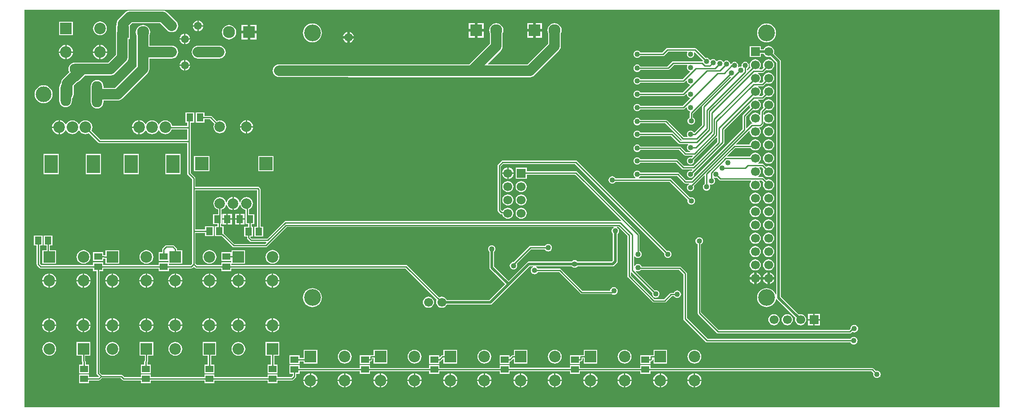
<source format=gtl>
G04*
G04 #@! TF.GenerationSoftware,Altium Limited,Altium Designer,19.1.8 (144)*
G04*
G04 Layer_Physical_Order=1*
G04 Layer_Color=255*
%FSLAX25Y25*%
%MOIN*%
G70*
G01*
G75*
%ADD10C,0.01000*%
%ADD37R,0.05118X0.05906*%
%ADD38R,0.05906X0.05118*%
%ADD39C,0.07874*%
%ADD40C,0.00906*%
%ADD41C,0.01968*%
%ADD42C,0.06693*%
%ADD43R,0.06693X0.06693*%
%ADD44C,0.08661*%
%ADD45R,0.08661X0.08661*%
%ADD46R,0.06693X0.06693*%
%ADD47C,0.09055*%
%ADD48R,0.09055X0.09055*%
%ADD49R,0.09843X0.13780*%
%ADD50R,0.09843X0.09843*%
%ADD51C,0.07874*%
%ADD52C,0.11811*%
%ADD53O,0.17717X0.07874*%
%ADD54O,0.07874X0.17717*%
%ADD55O,0.07874X0.19685*%
%ADD56C,0.05906*%
%ADD57R,0.06299X0.06299*%
%ADD58C,0.06299*%
%ADD59C,0.12598*%
%ADD60C,0.04000*%
%ADD61C,0.15748*%
%ADD62C,0.05000*%
%ADD63C,0.86614*%
G36*
X733622Y-300551D02*
X2598D01*
Y-2598D01*
X733622D01*
Y-300551D01*
D02*
G37*
%LPC*%
G36*
X133303Y-10815D02*
Y-14236D01*
X136724D01*
X136654Y-13704D01*
X136256Y-12743D01*
X135622Y-11917D01*
X134797Y-11284D01*
X133835Y-10885D01*
X133303Y-10815D01*
D02*
G37*
G36*
X132303Y-10815D02*
X131771Y-10885D01*
X130810Y-11284D01*
X129984Y-11917D01*
X129350Y-12743D01*
X128952Y-13704D01*
X128882Y-14236D01*
X132303D01*
Y-10815D01*
D02*
G37*
G36*
X390547Y-12583D02*
X386020D01*
Y-17110D01*
X390547D01*
Y-12583D01*
D02*
G37*
G36*
X384020D02*
X379492D01*
Y-17110D01*
X384020D01*
Y-12583D01*
D02*
G37*
G36*
X346866D02*
X342338D01*
Y-17110D01*
X346866D01*
Y-12583D01*
D02*
G37*
G36*
X340338D02*
X335811D01*
Y-17110D01*
X340338D01*
Y-12583D01*
D02*
G37*
G36*
X176528Y-13972D02*
X172000D01*
Y-18500D01*
X176528D01*
Y-13972D01*
D02*
G37*
G36*
X170000D02*
X165472D01*
Y-18500D01*
X170000D01*
Y-13972D01*
D02*
G37*
G36*
X132303Y-15236D02*
X128882D01*
X128952Y-15768D01*
X129350Y-16730D01*
X129984Y-17555D01*
X130810Y-18189D01*
X131771Y-18587D01*
X132303Y-18657D01*
Y-15236D01*
D02*
G37*
G36*
X136724D02*
X133303D01*
Y-18657D01*
X133835Y-18587D01*
X134797Y-18189D01*
X135622Y-17555D01*
X136256Y-16730D01*
X136654Y-15768D01*
X136724Y-15236D01*
D02*
G37*
G36*
X106382Y-3235D02*
X81500D01*
X80267Y-3397D01*
X79117Y-3873D01*
X78131Y-4631D01*
X73131Y-9630D01*
X72373Y-10617D01*
X71897Y-11767D01*
X71735Y-13000D01*
Y-14185D01*
X71185D01*
Y-24815D01*
X71235D01*
Y-36526D01*
X65424Y-42337D01*
X40390D01*
X39156Y-42500D01*
X38007Y-42976D01*
X37020Y-43733D01*
X36263Y-44720D01*
X35787Y-45869D01*
X35625Y-47102D01*
X35787Y-48336D01*
X36241Y-49433D01*
X31446Y-54229D01*
X30689Y-55216D01*
X30213Y-56365D01*
X30050Y-57598D01*
Y-57814D01*
X29373Y-58696D01*
X28897Y-59845D01*
X28735Y-61079D01*
Y-70921D01*
X28897Y-72155D01*
X29373Y-73304D01*
X30130Y-74291D01*
X31117Y-75048D01*
X32267Y-75524D01*
X33500Y-75686D01*
X34733Y-75524D01*
X35883Y-75048D01*
X36869Y-74291D01*
X37627Y-73304D01*
X38103Y-72155D01*
X38265Y-70921D01*
Y-69265D01*
X38942Y-68383D01*
X39418Y-67233D01*
X39581Y-66000D01*
Y-59572D01*
X42127Y-57026D01*
X42995Y-56666D01*
X43982Y-55909D01*
X48023Y-51868D01*
X67398D01*
X68631Y-51705D01*
X69780Y-51229D01*
X70767Y-50472D01*
X79369Y-41870D01*
X80127Y-40883D01*
X80603Y-39733D01*
X80765Y-38500D01*
Y-24815D01*
X81815D01*
Y-14424D01*
X83474Y-12765D01*
X104408D01*
X109749Y-18106D01*
X110736Y-18863D01*
X111885Y-19339D01*
X113118Y-19501D01*
X114351Y-19339D01*
X115501Y-18863D01*
X116488Y-18106D01*
X117245Y-17119D01*
X117721Y-15970D01*
X117883Y-14736D01*
X117721Y-13503D01*
X117245Y-12354D01*
X116488Y-11367D01*
X109751Y-4631D01*
X108765Y-3873D01*
X107615Y-3397D01*
X106382Y-3235D01*
D02*
G37*
G36*
X38823Y-11524D02*
X28587D01*
Y-21760D01*
X38823D01*
Y-11524D01*
D02*
G37*
G36*
X59295Y-11479D02*
X57959Y-11655D01*
X56714Y-12171D01*
X55645Y-12991D01*
X54825Y-14061D01*
X54309Y-15306D01*
X54133Y-16642D01*
X54309Y-17978D01*
X54825Y-19223D01*
X55645Y-20292D01*
X56714Y-21112D01*
X57959Y-21628D01*
X59295Y-21804D01*
X60631Y-21628D01*
X61876Y-21112D01*
X62946Y-20292D01*
X63766Y-19223D01*
X64282Y-17978D01*
X64458Y-16642D01*
X64282Y-15306D01*
X63766Y-14061D01*
X62946Y-12991D01*
X61876Y-12171D01*
X60631Y-11655D01*
X59295Y-11479D01*
D02*
G37*
G36*
X246500Y-19305D02*
Y-22359D01*
X249554D01*
X249543Y-22275D01*
X249125Y-21266D01*
X248460Y-20399D01*
X247593Y-19734D01*
X246583Y-19316D01*
X246500Y-19305D01*
D02*
G37*
G36*
X244500D02*
X244417Y-19316D01*
X243407Y-19734D01*
X242541Y-20399D01*
X241875Y-21266D01*
X241457Y-22275D01*
X241446Y-22359D01*
X244500D01*
Y-19305D01*
D02*
G37*
G36*
X390547Y-19110D02*
X386020D01*
Y-23638D01*
X390547D01*
Y-19110D01*
D02*
G37*
G36*
X384020D02*
X379492D01*
Y-23638D01*
X384020D01*
Y-19110D01*
D02*
G37*
G36*
X346866D02*
X342338D01*
Y-23638D01*
X346866D01*
Y-19110D01*
D02*
G37*
G36*
X340338D02*
X335811D01*
Y-23638D01*
X340338D01*
Y-19110D01*
D02*
G37*
G36*
X123460Y-20658D02*
Y-24079D01*
X126882D01*
X126812Y-23547D01*
X126413Y-22585D01*
X125780Y-21759D01*
X124954Y-21126D01*
X123992Y-20728D01*
X123460Y-20658D01*
D02*
G37*
G36*
X122460Y-20658D02*
X121929Y-20728D01*
X120967Y-21126D01*
X120141Y-21759D01*
X119508Y-22585D01*
X119109Y-23547D01*
X119039Y-24079D01*
X122460D01*
Y-20658D01*
D02*
G37*
G36*
X156000Y-14139D02*
X154613Y-14322D01*
X153320Y-14857D01*
X152209Y-15709D01*
X151357Y-16820D01*
X150822Y-18113D01*
X150639Y-19500D01*
X150822Y-20888D01*
X151357Y-22181D01*
X152209Y-23291D01*
X153320Y-24143D01*
X154613Y-24678D01*
X156000Y-24861D01*
X157387Y-24678D01*
X158680Y-24143D01*
X159791Y-23291D01*
X160643Y-22181D01*
X161178Y-20888D01*
X161361Y-19500D01*
X161178Y-18113D01*
X160643Y-16820D01*
X159791Y-15709D01*
X158680Y-14857D01*
X157387Y-14322D01*
X156000Y-14139D01*
D02*
G37*
G36*
X176528Y-20500D02*
X172000D01*
Y-25028D01*
X176528D01*
Y-20500D01*
D02*
G37*
G36*
X170000D02*
X165472D01*
Y-25028D01*
X170000D01*
Y-20500D01*
D02*
G37*
G36*
X559000Y-12871D02*
X557611Y-13008D01*
X556275Y-13413D01*
X555044Y-14071D01*
X553965Y-14957D01*
X553079Y-16036D01*
X552421Y-17267D01*
X552016Y-18603D01*
X551879Y-19992D01*
X552016Y-21381D01*
X552421Y-22717D01*
X553079Y-23948D01*
X553965Y-25027D01*
X555044Y-25913D01*
X556275Y-26571D01*
X557611Y-26976D01*
X559000Y-27113D01*
X560389Y-26976D01*
X561725Y-26571D01*
X562956Y-25913D01*
X564035Y-25027D01*
X564921Y-23948D01*
X565579Y-22717D01*
X565984Y-21381D01*
X566121Y-19992D01*
X565984Y-18603D01*
X565579Y-17267D01*
X564921Y-16036D01*
X564035Y-14957D01*
X562956Y-14071D01*
X561725Y-13413D01*
X560389Y-13008D01*
X559000Y-12871D01*
D02*
G37*
G36*
X218500D02*
X217111Y-13008D01*
X215775Y-13413D01*
X214544Y-14071D01*
X213465Y-14957D01*
X212579Y-16036D01*
X211921Y-17267D01*
X211516Y-18603D01*
X211379Y-19992D01*
X211516Y-21381D01*
X211921Y-22717D01*
X212579Y-23948D01*
X213465Y-25027D01*
X214544Y-25913D01*
X215775Y-26571D01*
X217111Y-26976D01*
X218500Y-27113D01*
X219889Y-26976D01*
X221225Y-26571D01*
X222456Y-25913D01*
X223535Y-25027D01*
X224421Y-23948D01*
X225079Y-22717D01*
X225484Y-21381D01*
X225621Y-19992D01*
X225484Y-18603D01*
X225079Y-17267D01*
X224421Y-16036D01*
X223535Y-14957D01*
X222456Y-14071D01*
X221225Y-13413D01*
X219889Y-13008D01*
X218500Y-12871D01*
D02*
G37*
G36*
X249554Y-24359D02*
X246500D01*
Y-27413D01*
X246583Y-27402D01*
X247593Y-26983D01*
X248460Y-26318D01*
X249125Y-25451D01*
X249543Y-24442D01*
X249554Y-24359D01*
D02*
G37*
G36*
X244500D02*
X241446D01*
X241457Y-24442D01*
X241875Y-25451D01*
X242541Y-26318D01*
X243407Y-26983D01*
X244417Y-27402D01*
X244500Y-27413D01*
Y-24359D01*
D02*
G37*
G36*
X122460Y-25079D02*
X119039D01*
X119109Y-25611D01*
X119508Y-26572D01*
X120141Y-27398D01*
X120967Y-28031D01*
X121929Y-28430D01*
X122460Y-28500D01*
Y-25079D01*
D02*
G37*
G36*
X126882D02*
X123460D01*
Y-28500D01*
X123992Y-28430D01*
X124954Y-28031D01*
X125780Y-27398D01*
X126413Y-26572D01*
X126812Y-25611D01*
X126882Y-25079D01*
D02*
G37*
G36*
X560500Y-29823D02*
X559421Y-29965D01*
X558415Y-30381D01*
X557552Y-31044D01*
X556889Y-31907D01*
X556774Y-32186D01*
X554634D01*
Y-29858D01*
X546366D01*
Y-38126D01*
X554634D01*
Y-35798D01*
X556774D01*
X556889Y-36077D01*
X557552Y-36940D01*
X558415Y-37603D01*
X559421Y-38020D01*
X560500Y-38162D01*
X561579Y-38020D01*
X561858Y-37904D01*
X566194Y-42240D01*
Y-216071D01*
X565694Y-216145D01*
X565579Y-215767D01*
X564921Y-214536D01*
X564035Y-213457D01*
X562956Y-212571D01*
X561725Y-211913D01*
X560389Y-211508D01*
X559000Y-211371D01*
X557611Y-211508D01*
X556275Y-211913D01*
X555044Y-212571D01*
X553965Y-213457D01*
X553079Y-214536D01*
X552421Y-215767D01*
X552016Y-217103D01*
X551879Y-218492D01*
X552016Y-219881D01*
X552421Y-221217D01*
X553079Y-222448D01*
X553965Y-223527D01*
X555044Y-224413D01*
X556275Y-225071D01*
X557611Y-225476D01*
X559000Y-225613D01*
X560389Y-225476D01*
X561725Y-225071D01*
X562956Y-224413D01*
X564035Y-223527D01*
X564921Y-222448D01*
X565579Y-221217D01*
X565984Y-219881D01*
X566006Y-219656D01*
X566521Y-219527D01*
X566723Y-219829D01*
X580576Y-233682D01*
X580461Y-233960D01*
X580319Y-235039D01*
X580461Y-236119D01*
X580877Y-237124D01*
X581540Y-237988D01*
X582403Y-238650D01*
X583409Y-239067D01*
X584488Y-239209D01*
X585567Y-239067D01*
X586573Y-238650D01*
X587436Y-237988D01*
X588099Y-237124D01*
X588516Y-236119D01*
X588658Y-235039D01*
X588516Y-233960D01*
X588099Y-232955D01*
X587436Y-232091D01*
X586573Y-231428D01*
X585567Y-231012D01*
X584488Y-230870D01*
X583409Y-231012D01*
X583131Y-231127D01*
X569806Y-217803D01*
Y-41492D01*
X569669Y-40801D01*
X569277Y-40215D01*
X564412Y-35350D01*
X564528Y-35071D01*
X564670Y-33992D01*
X564528Y-32913D01*
X564111Y-31907D01*
X563448Y-31044D01*
X562585Y-30381D01*
X561579Y-29965D01*
X560500Y-29823D01*
D02*
G37*
G36*
X59796Y-29047D02*
Y-33858D01*
X64607D01*
X64489Y-32967D01*
X63952Y-31670D01*
X63098Y-30556D01*
X61984Y-29702D01*
X60687Y-29165D01*
X59796Y-29047D01*
D02*
G37*
G36*
X58796D02*
X57904Y-29165D01*
X56607Y-29702D01*
X55494Y-30556D01*
X54639Y-31670D01*
X54102Y-32967D01*
X53985Y-33858D01*
X58796D01*
Y-29047D01*
D02*
G37*
G36*
X34204D02*
Y-33858D01*
X39015D01*
X38898Y-32967D01*
X38361Y-31670D01*
X37506Y-30556D01*
X36393Y-29702D01*
X35096Y-29165D01*
X34204Y-29047D01*
D02*
G37*
G36*
X33204D02*
X32313Y-29165D01*
X31016Y-29702D01*
X29902Y-30556D01*
X29048Y-31670D01*
X28511Y-32967D01*
X28394Y-33858D01*
X33204D01*
Y-29047D01*
D02*
G37*
G36*
X505213Y-31400D02*
X484730D01*
X484228Y-31500D01*
X483802Y-31784D01*
X480899Y-34687D01*
X464473D01*
X464435Y-34594D01*
X463988Y-34012D01*
X463406Y-33565D01*
X462728Y-33284D01*
X462000Y-33189D01*
X461272Y-33284D01*
X460594Y-33565D01*
X460012Y-34012D01*
X459565Y-34594D01*
X459284Y-35272D01*
X459189Y-36000D01*
X459284Y-36728D01*
X459565Y-37406D01*
X460012Y-37988D01*
X460594Y-38435D01*
X461272Y-38716D01*
X462000Y-38811D01*
X462728Y-38716D01*
X463406Y-38435D01*
X463988Y-37988D01*
X464435Y-37406D01*
X464473Y-37313D01*
X481443D01*
X481945Y-37213D01*
X482371Y-36928D01*
X485274Y-34025D01*
X499437D01*
X499658Y-34474D01*
X499565Y-34594D01*
X499284Y-35272D01*
X499189Y-36000D01*
X499284Y-36728D01*
X499565Y-37406D01*
X500012Y-37988D01*
X500594Y-38435D01*
X501272Y-38716D01*
X502000Y-38811D01*
X502728Y-38716D01*
X503406Y-38435D01*
X503988Y-37988D01*
X504435Y-37406D01*
X504716Y-36728D01*
X504811Y-36000D01*
X504716Y-35272D01*
X504562Y-34902D01*
X504842Y-34352D01*
X504847Y-34348D01*
X504972Y-34328D01*
X511239Y-40596D01*
X511168Y-41115D01*
X510694Y-41426D01*
X510564Y-41400D01*
X489037D01*
X488535Y-41500D01*
X488109Y-41784D01*
X484706Y-45187D01*
X464473D01*
X464435Y-45094D01*
X463988Y-44512D01*
X463406Y-44065D01*
X462728Y-43784D01*
X462000Y-43688D01*
X461272Y-43784D01*
X460594Y-44065D01*
X460012Y-44512D01*
X459565Y-45094D01*
X459284Y-45772D01*
X459189Y-46500D01*
X459284Y-47228D01*
X459565Y-47906D01*
X460012Y-48488D01*
X460594Y-48935D01*
X461272Y-49216D01*
X462000Y-49312D01*
X462728Y-49216D01*
X463406Y-48935D01*
X463988Y-48488D01*
X464435Y-47906D01*
X464473Y-47813D01*
X485250D01*
X485752Y-47713D01*
X486178Y-47428D01*
X489581Y-44025D01*
X499437D01*
X499658Y-44474D01*
X499565Y-44594D01*
X499284Y-45272D01*
X499189Y-46000D01*
X499284Y-46728D01*
X499565Y-47406D01*
X500012Y-47988D01*
X500594Y-48435D01*
X501272Y-48716D01*
X501423Y-48735D01*
X501584Y-49209D01*
X496105Y-54687D01*
X464473D01*
X464435Y-54594D01*
X463988Y-54012D01*
X463406Y-53565D01*
X462728Y-53284D01*
X462000Y-53189D01*
X461272Y-53284D01*
X460594Y-53565D01*
X460012Y-54012D01*
X459565Y-54594D01*
X459284Y-55272D01*
X459189Y-56000D01*
X459284Y-56728D01*
X459565Y-57406D01*
X460012Y-57988D01*
X460594Y-58435D01*
X461272Y-58716D01*
X462000Y-58811D01*
X462728Y-58716D01*
X463406Y-58435D01*
X463988Y-57988D01*
X464435Y-57406D01*
X464473Y-57313D01*
X496649D01*
X497151Y-57213D01*
X497577Y-56928D01*
X498711Y-55794D01*
X499127Y-55973D01*
X499191Y-56021D01*
X499284Y-56728D01*
X499565Y-57406D01*
X500012Y-57988D01*
X500594Y-58435D01*
X501272Y-58716D01*
X501423Y-58736D01*
X501584Y-59209D01*
X496105Y-64687D01*
X464473D01*
X464435Y-64594D01*
X463988Y-64012D01*
X463406Y-63565D01*
X462728Y-63284D01*
X462000Y-63188D01*
X461272Y-63284D01*
X460594Y-63565D01*
X460012Y-64012D01*
X459565Y-64594D01*
X459284Y-65272D01*
X459189Y-66000D01*
X459284Y-66728D01*
X459565Y-67406D01*
X460012Y-67988D01*
X460594Y-68435D01*
X461272Y-68716D01*
X462000Y-68812D01*
X462728Y-68716D01*
X463406Y-68435D01*
X463988Y-67988D01*
X464435Y-67406D01*
X464473Y-67313D01*
X496649D01*
X497151Y-67213D01*
X497577Y-66928D01*
X498711Y-65794D01*
X499127Y-65973D01*
X499191Y-66021D01*
X499284Y-66728D01*
X499565Y-67406D01*
X500012Y-67988D01*
X500594Y-68435D01*
X501272Y-68716D01*
X501423Y-68735D01*
X501584Y-69209D01*
X496105Y-74687D01*
X464473D01*
X464435Y-74594D01*
X463988Y-74012D01*
X463406Y-73565D01*
X462728Y-73284D01*
X462000Y-73189D01*
X461272Y-73284D01*
X460594Y-73565D01*
X460012Y-74012D01*
X459565Y-74594D01*
X459284Y-75272D01*
X459189Y-76000D01*
X459284Y-76728D01*
X459565Y-77406D01*
X460012Y-77988D01*
X460594Y-78435D01*
X461272Y-78716D01*
X462000Y-78812D01*
X462728Y-78716D01*
X463406Y-78435D01*
X463988Y-77988D01*
X464435Y-77406D01*
X464473Y-77313D01*
X496649D01*
X497151Y-77213D01*
X497577Y-76928D01*
X498711Y-75794D01*
X499127Y-75973D01*
X499191Y-76021D01*
X499284Y-76728D01*
X499565Y-77406D01*
X500012Y-77988D01*
X500594Y-78435D01*
X501272Y-78716D01*
X501423Y-78736D01*
X501495Y-78948D01*
X501548Y-79256D01*
X501287Y-79647D01*
X501187Y-80149D01*
Y-83527D01*
X501094Y-83565D01*
X500512Y-84012D01*
X500065Y-84594D01*
X499784Y-85272D01*
X499689Y-86000D01*
X499784Y-86728D01*
X500065Y-87406D01*
X500512Y-87988D01*
X501094Y-88435D01*
X501772Y-88716D01*
X502500Y-88811D01*
X503228Y-88716D01*
X503906Y-88435D01*
X504488Y-87988D01*
X504935Y-87406D01*
X505216Y-86728D01*
X505311Y-86000D01*
X505216Y-85272D01*
X504935Y-84594D01*
X504488Y-84012D01*
X503906Y-83565D01*
X503813Y-83527D01*
Y-80693D01*
X531704Y-52802D01*
X532136Y-52884D01*
X532290Y-53354D01*
X511072Y-74572D01*
X510787Y-74998D01*
X510687Y-75500D01*
Y-88871D01*
X504935Y-94623D01*
X504737Y-94611D01*
X504418Y-94573D01*
X503988Y-94012D01*
X503406Y-93565D01*
X502728Y-93284D01*
X502000Y-93189D01*
X501272Y-93284D01*
X500594Y-93565D01*
X500012Y-94012D01*
X499565Y-94594D01*
X499284Y-95272D01*
X499189Y-96000D01*
X499284Y-96728D01*
X499565Y-97406D01*
X499658Y-97526D01*
X499437Y-97975D01*
X496831D01*
X484428Y-85572D01*
X484002Y-85287D01*
X483500Y-85187D01*
X464473D01*
X464435Y-85094D01*
X463988Y-84512D01*
X463406Y-84065D01*
X462728Y-83784D01*
X462000Y-83688D01*
X461272Y-83784D01*
X460594Y-84065D01*
X460012Y-84512D01*
X459565Y-85094D01*
X459284Y-85772D01*
X459189Y-86500D01*
X459284Y-87228D01*
X459565Y-87906D01*
X460012Y-88488D01*
X460594Y-88935D01*
X461272Y-89216D01*
X462000Y-89311D01*
X462728Y-89216D01*
X463406Y-88935D01*
X463988Y-88488D01*
X464435Y-87906D01*
X464473Y-87813D01*
X482956D01*
X495331Y-100187D01*
X495322Y-100307D01*
X495165Y-100687D01*
X494544D01*
X488928Y-95072D01*
X488502Y-94787D01*
X488000Y-94687D01*
X464473D01*
X464435Y-94594D01*
X463988Y-94012D01*
X463406Y-93565D01*
X462728Y-93284D01*
X462000Y-93189D01*
X461272Y-93284D01*
X460594Y-93565D01*
X460012Y-94012D01*
X459565Y-94594D01*
X459284Y-95272D01*
X459189Y-96000D01*
X459284Y-96728D01*
X459565Y-97406D01*
X460012Y-97988D01*
X460594Y-98435D01*
X461272Y-98716D01*
X462000Y-98812D01*
X462728Y-98716D01*
X463406Y-98435D01*
X463988Y-97988D01*
X464435Y-97406D01*
X464473Y-97313D01*
X487456D01*
X493072Y-102928D01*
X493498Y-103213D01*
X494000Y-103313D01*
X500102D01*
X500272Y-103813D01*
X500012Y-104012D01*
X499565Y-104594D01*
X499284Y-105272D01*
X499189Y-106000D01*
X499284Y-106728D01*
X499565Y-107406D01*
X500012Y-107988D01*
X500594Y-108435D01*
X501272Y-108716D01*
X501709Y-108773D01*
X501677Y-109273D01*
X498630D01*
X494928Y-105572D01*
X494502Y-105287D01*
X494000Y-105187D01*
X464473D01*
X464435Y-105094D01*
X463988Y-104512D01*
X463406Y-104065D01*
X462728Y-103784D01*
X462000Y-103689D01*
X461272Y-103784D01*
X460594Y-104065D01*
X460012Y-104512D01*
X459565Y-105094D01*
X459284Y-105772D01*
X459189Y-106500D01*
X459284Y-107228D01*
X459565Y-107906D01*
X460012Y-108488D01*
X460594Y-108935D01*
X461272Y-109216D01*
X462000Y-109311D01*
X462728Y-109216D01*
X463406Y-108935D01*
X463988Y-108488D01*
X464435Y-107906D01*
X464473Y-107813D01*
X493456D01*
X497158Y-111514D01*
X497583Y-111799D01*
X498086Y-111898D01*
X503592D01*
X503783Y-112360D01*
X502821Y-113323D01*
X502728Y-113284D01*
X502000Y-113189D01*
X501272Y-113284D01*
X500594Y-113565D01*
X500012Y-114012D01*
X499565Y-114594D01*
X499284Y-115272D01*
X499189Y-116000D01*
X499284Y-116728D01*
X499565Y-117406D01*
X500012Y-117988D01*
X500594Y-118435D01*
X501272Y-118716D01*
X502000Y-118811D01*
X502728Y-118716D01*
X503406Y-118435D01*
X503988Y-117988D01*
X504435Y-117406D01*
X504716Y-116728D01*
X504811Y-116000D01*
X504716Y-115272D01*
X504677Y-115179D01*
X521462Y-98395D01*
X521923Y-98586D01*
Y-101692D01*
X503929Y-119687D01*
X497044D01*
X492428Y-115072D01*
X492002Y-114787D01*
X491500Y-114687D01*
X464473D01*
X464435Y-114594D01*
X463988Y-114012D01*
X463406Y-113565D01*
X462728Y-113284D01*
X462000Y-113189D01*
X461272Y-113284D01*
X460594Y-113565D01*
X460012Y-114012D01*
X459565Y-114594D01*
X459284Y-115272D01*
X459189Y-116000D01*
X459284Y-116728D01*
X459565Y-117406D01*
X460012Y-117988D01*
X460594Y-118435D01*
X461272Y-118716D01*
X462000Y-118811D01*
X462728Y-118716D01*
X463406Y-118435D01*
X463988Y-117988D01*
X464435Y-117406D01*
X464473Y-117313D01*
X490956D01*
X495572Y-121928D01*
X495998Y-122213D01*
X496500Y-122313D01*
X503178D01*
X503369Y-122775D01*
X502821Y-123323D01*
X502728Y-123284D01*
X502000Y-123189D01*
X501272Y-123284D01*
X500594Y-123565D01*
X500012Y-124012D01*
X499565Y-124594D01*
X499284Y-125272D01*
X499189Y-126000D01*
X499284Y-126728D01*
X499565Y-127406D01*
X500012Y-127988D01*
X500594Y-128435D01*
X501272Y-128716D01*
X502000Y-128811D01*
X502728Y-128716D01*
X503406Y-128435D01*
X503988Y-127988D01*
X504435Y-127406D01*
X504716Y-126728D01*
X504811Y-126000D01*
X504716Y-125272D01*
X504677Y-125179D01*
X526872Y-102985D01*
X527156Y-102559D01*
X527256Y-102057D01*
Y-92539D01*
X545870Y-73925D01*
X546351Y-74151D01*
X546473Y-75071D01*
X546792Y-75844D01*
X541295Y-81341D01*
X541011Y-81766D01*
X540911Y-82269D01*
Y-92001D01*
X502638Y-130273D01*
X498630D01*
X493428Y-125072D01*
X493002Y-124787D01*
X492500Y-124687D01*
X464473D01*
X464435Y-124594D01*
X463988Y-124012D01*
X463406Y-123565D01*
X462728Y-123284D01*
X462000Y-123189D01*
X461272Y-123284D01*
X460594Y-123565D01*
X460012Y-124012D01*
X459565Y-124594D01*
X459284Y-125272D01*
X459189Y-126000D01*
X459284Y-126728D01*
X459565Y-127406D01*
X460012Y-127988D01*
X460594Y-128435D01*
X460715Y-128485D01*
X460616Y-128985D01*
X445771D01*
X445732Y-128892D01*
X445286Y-128310D01*
X444703Y-127863D01*
X444025Y-127582D01*
X443297Y-127486D01*
X442570Y-127582D01*
X441892Y-127863D01*
X441309Y-128310D01*
X440863Y-128892D01*
X440582Y-129570D01*
X440486Y-130298D01*
X440582Y-131025D01*
X440863Y-131703D01*
X441309Y-132285D01*
X441892Y-132732D01*
X442570Y-133013D01*
X443297Y-133109D01*
X444025Y-133013D01*
X444703Y-132732D01*
X445286Y-132285D01*
X445732Y-131703D01*
X445771Y-131610D01*
X486254D01*
X499823Y-145179D01*
X499784Y-145272D01*
X499689Y-146000D01*
X499784Y-146728D01*
X500065Y-147406D01*
X500512Y-147988D01*
X501094Y-148435D01*
X501772Y-148716D01*
X502500Y-148811D01*
X503228Y-148716D01*
X503906Y-148435D01*
X504488Y-147988D01*
X504935Y-147406D01*
X505216Y-146728D01*
X505311Y-146000D01*
X505216Y-145272D01*
X504935Y-144594D01*
X504488Y-144012D01*
X503906Y-143565D01*
X503228Y-143284D01*
X502500Y-143189D01*
X501772Y-143284D01*
X501679Y-143323D01*
X487726Y-129369D01*
X487300Y-129085D01*
X486798Y-128985D01*
X463384D01*
X463285Y-128485D01*
X463406Y-128435D01*
X463988Y-127988D01*
X464435Y-127406D01*
X464473Y-127313D01*
X491956D01*
X497158Y-132514D01*
X497583Y-132799D01*
X498086Y-132898D01*
X500898D01*
X500997Y-133398D01*
X500594Y-133565D01*
X500012Y-134012D01*
X499565Y-134594D01*
X499284Y-135272D01*
X499189Y-136000D01*
X499284Y-136728D01*
X499565Y-137406D01*
X500012Y-137988D01*
X500594Y-138435D01*
X501272Y-138716D01*
X502000Y-138811D01*
X502728Y-138716D01*
X503406Y-138435D01*
X503988Y-137988D01*
X504435Y-137406D01*
X504716Y-136728D01*
X504811Y-136000D01*
X504716Y-135272D01*
X504471Y-134681D01*
X512225Y-126926D01*
X512687Y-127118D01*
Y-133027D01*
X512594Y-133065D01*
X512012Y-133512D01*
X511565Y-134094D01*
X511284Y-134772D01*
X511189Y-135500D01*
X511284Y-136228D01*
X511565Y-136906D01*
X512012Y-137488D01*
X512594Y-137935D01*
X513272Y-138216D01*
X514000Y-138311D01*
X514728Y-138216D01*
X515406Y-137935D01*
X515988Y-137488D01*
X516435Y-136906D01*
X516716Y-136228D01*
X516811Y-135500D01*
X516716Y-134772D01*
X516446Y-134122D01*
X516489Y-134033D01*
X516766Y-133723D01*
X516775Y-133716D01*
X517500Y-133811D01*
X518228Y-133716D01*
X518906Y-133435D01*
X519488Y-132988D01*
X519935Y-132406D01*
X520216Y-131728D01*
X520311Y-131000D01*
X520216Y-130272D01*
X519935Y-129594D01*
X519488Y-129012D01*
X519232Y-128816D01*
X519235Y-128789D01*
X519331Y-128695D01*
X519765Y-128506D01*
X520272Y-128716D01*
X521000Y-128811D01*
X521728Y-128716D01*
X521821Y-128677D01*
X523430Y-130286D01*
X523856Y-130571D01*
X524358Y-130671D01*
X547274D01*
X547454Y-131171D01*
X546889Y-131907D01*
X546473Y-132913D01*
X546330Y-133992D01*
X546473Y-135071D01*
X546889Y-136077D01*
X547552Y-136940D01*
X548415Y-137603D01*
X549421Y-138020D01*
X550500Y-138162D01*
X551579Y-138020D01*
X552585Y-137603D01*
X553448Y-136940D01*
X554111Y-136077D01*
X554528Y-135071D01*
X554670Y-133992D01*
X554528Y-132913D01*
X554111Y-131907D01*
X553546Y-131171D01*
X553726Y-130671D01*
X555323D01*
X556792Y-132141D01*
X556472Y-132913D01*
X556330Y-133992D01*
X556472Y-135071D01*
X556889Y-136077D01*
X557552Y-136940D01*
X558415Y-137603D01*
X559421Y-138020D01*
X560500Y-138162D01*
X561579Y-138020D01*
X562585Y-137603D01*
X563448Y-136940D01*
X564111Y-136077D01*
X564528Y-135071D01*
X564670Y-133992D01*
X564528Y-132913D01*
X564111Y-131907D01*
X563448Y-131044D01*
X562585Y-130381D01*
X561579Y-129965D01*
X560500Y-129823D01*
X559421Y-129965D01*
X558649Y-130285D01*
X556794Y-128430D01*
X556369Y-128146D01*
X555866Y-128046D01*
X552796D01*
X552693Y-127830D01*
X552660Y-127546D01*
X553448Y-126940D01*
X554111Y-126077D01*
X554528Y-125071D01*
X554670Y-123992D01*
X554528Y-122913D01*
X554111Y-121907D01*
X553546Y-121171D01*
X553726Y-120671D01*
X555323D01*
X556792Y-122141D01*
X556472Y-122913D01*
X556330Y-123992D01*
X556472Y-125071D01*
X556889Y-126077D01*
X557552Y-126940D01*
X558415Y-127603D01*
X559421Y-128020D01*
X560500Y-128162D01*
X561579Y-128020D01*
X562585Y-127603D01*
X563448Y-126940D01*
X564111Y-126077D01*
X564528Y-125071D01*
X564670Y-123992D01*
X564528Y-122913D01*
X564111Y-121907D01*
X563448Y-121044D01*
X562585Y-120381D01*
X561579Y-119965D01*
X560500Y-119823D01*
X559421Y-119965D01*
X558649Y-120284D01*
X556794Y-118430D01*
X556369Y-118146D01*
X555866Y-118046D01*
X552796D01*
X552693Y-117830D01*
X552660Y-117546D01*
X553448Y-116940D01*
X554111Y-116077D01*
X554528Y-115071D01*
X554670Y-113992D01*
X554528Y-112913D01*
X554111Y-111907D01*
X553448Y-111044D01*
X552585Y-110381D01*
X551579Y-109965D01*
X550500Y-109823D01*
X549421Y-109965D01*
X548415Y-110381D01*
X547552Y-111044D01*
X546889Y-111907D01*
X546569Y-112680D01*
X529653D01*
X529462Y-112218D01*
X535367Y-106313D01*
X547070D01*
X547552Y-106940D01*
X548415Y-107603D01*
X549421Y-108020D01*
X550500Y-108162D01*
X551579Y-108020D01*
X552585Y-107603D01*
X553448Y-106940D01*
X554111Y-106077D01*
X554528Y-105071D01*
X554670Y-103992D01*
X554528Y-102913D01*
X554111Y-101907D01*
X553448Y-101044D01*
X552585Y-100381D01*
X551579Y-99965D01*
X550500Y-99823D01*
X549421Y-99965D01*
X548415Y-100381D01*
X547552Y-101044D01*
X546889Y-101907D01*
X546473Y-102913D01*
X546371Y-103687D01*
X536118D01*
X535926Y-103225D01*
X545927Y-93225D01*
X546401Y-93458D01*
X546330Y-93992D01*
X546473Y-95071D01*
X546889Y-96077D01*
X547552Y-96940D01*
X548415Y-97603D01*
X549421Y-98020D01*
X550500Y-98162D01*
X551579Y-98020D01*
X552585Y-97603D01*
X553448Y-96940D01*
X554111Y-96077D01*
X554528Y-95071D01*
X554670Y-93992D01*
X554528Y-92913D01*
X554111Y-91907D01*
X553546Y-91171D01*
X553726Y-90671D01*
X554142D01*
X554644Y-90571D01*
X555070Y-90286D01*
X556428Y-88928D01*
X556713Y-88502D01*
X556813Y-88000D01*
Y-86799D01*
X557313Y-86629D01*
X557552Y-86940D01*
X558415Y-87603D01*
X559421Y-88020D01*
X560500Y-88162D01*
X561579Y-88020D01*
X562585Y-87603D01*
X563448Y-86940D01*
X564111Y-86077D01*
X564528Y-85071D01*
X564670Y-83992D01*
X564528Y-82913D01*
X564111Y-81907D01*
X563448Y-81044D01*
X562585Y-80381D01*
X561579Y-79965D01*
X560500Y-79823D01*
X559421Y-79965D01*
X558415Y-80381D01*
X557552Y-81044D01*
X557313Y-81355D01*
X556813Y-81186D01*
Y-79536D01*
X558649Y-77700D01*
X559421Y-78020D01*
X560500Y-78162D01*
X561579Y-78020D01*
X562585Y-77603D01*
X563448Y-76940D01*
X564111Y-76077D01*
X564528Y-75071D01*
X564670Y-73992D01*
X564528Y-72913D01*
X564111Y-71907D01*
X563448Y-71044D01*
X562585Y-70381D01*
X561579Y-69965D01*
X560500Y-69823D01*
X559421Y-69965D01*
X558415Y-70381D01*
X557552Y-71044D01*
X556889Y-71907D01*
X556472Y-72913D01*
X556330Y-73992D01*
X556472Y-75071D01*
X556792Y-75844D01*
X554572Y-78064D01*
X554287Y-78490D01*
X554187Y-78992D01*
Y-81186D01*
X553687Y-81355D01*
X553448Y-81044D01*
X552585Y-80381D01*
X551579Y-79965D01*
X550500Y-79823D01*
X549421Y-79965D01*
X548415Y-80381D01*
X547552Y-81044D01*
X546889Y-81907D01*
X546473Y-82913D01*
X546330Y-83992D01*
X546473Y-85071D01*
X546889Y-86077D01*
X547552Y-86940D01*
X548340Y-87546D01*
X548307Y-87830D01*
X548205Y-88046D01*
X547937D01*
X547435Y-88146D01*
X547009Y-88430D01*
X543998Y-91441D01*
X543536Y-91250D01*
Y-82812D01*
X548649Y-77700D01*
X549421Y-78020D01*
X550500Y-78162D01*
X551579Y-78020D01*
X552585Y-77603D01*
X553448Y-76940D01*
X554111Y-76077D01*
X554528Y-75071D01*
X554670Y-73992D01*
X554528Y-72913D01*
X554111Y-71907D01*
X553448Y-71044D01*
X552660Y-70439D01*
X552693Y-70155D01*
X552795Y-69939D01*
X555866D01*
X556369Y-69839D01*
X556794Y-69554D01*
X558649Y-67700D01*
X559421Y-68020D01*
X560500Y-68162D01*
X561579Y-68020D01*
X562585Y-67603D01*
X563448Y-66940D01*
X564111Y-66077D01*
X564528Y-65071D01*
X564670Y-63992D01*
X564528Y-62913D01*
X564111Y-61907D01*
X563448Y-61044D01*
X562585Y-60381D01*
X561579Y-59965D01*
X560500Y-59823D01*
X559421Y-59965D01*
X558415Y-60381D01*
X557552Y-61044D01*
X556889Y-61907D01*
X556472Y-62913D01*
X556330Y-63992D01*
X556472Y-65071D01*
X556792Y-65843D01*
X555323Y-67313D01*
X553726D01*
X553546Y-66813D01*
X554111Y-66077D01*
X554528Y-65071D01*
X554670Y-63992D01*
X554528Y-62913D01*
X554111Y-61907D01*
X553448Y-61044D01*
X552660Y-60439D01*
X552693Y-60155D01*
X552795Y-59939D01*
X555866D01*
X556369Y-59839D01*
X556794Y-59554D01*
X558649Y-57700D01*
X559421Y-58020D01*
X560500Y-58162D01*
X561579Y-58020D01*
X562585Y-57603D01*
X563448Y-56940D01*
X564111Y-56077D01*
X564528Y-55071D01*
X564670Y-53992D01*
X564528Y-52913D01*
X564111Y-51907D01*
X563448Y-51044D01*
X562585Y-50381D01*
X561579Y-49965D01*
X560500Y-49823D01*
X559421Y-49965D01*
X558415Y-50381D01*
X557552Y-51044D01*
X556889Y-51907D01*
X556472Y-52913D01*
X556330Y-53992D01*
X556472Y-55071D01*
X556792Y-55844D01*
X555323Y-57313D01*
X553726D01*
X553546Y-56813D01*
X554111Y-56077D01*
X554528Y-55071D01*
X554670Y-53992D01*
X554528Y-52913D01*
X554111Y-51907D01*
X553448Y-51044D01*
X552660Y-50439D01*
X552693Y-50155D01*
X552795Y-49939D01*
X555866D01*
X556369Y-49839D01*
X556794Y-49554D01*
X558649Y-47700D01*
X559421Y-48020D01*
X560500Y-48162D01*
X561579Y-48020D01*
X562585Y-47603D01*
X563448Y-46940D01*
X564111Y-46077D01*
X564528Y-45071D01*
X564670Y-43992D01*
X564528Y-42913D01*
X564111Y-41907D01*
X563448Y-41044D01*
X562585Y-40381D01*
X561579Y-39965D01*
X560500Y-39823D01*
X559421Y-39965D01*
X558415Y-40381D01*
X557552Y-41044D01*
X556889Y-41907D01*
X556472Y-42913D01*
X556330Y-43992D01*
X556472Y-45071D01*
X556792Y-45843D01*
X555323Y-47313D01*
X553726D01*
X553546Y-46813D01*
X554111Y-46077D01*
X554528Y-45071D01*
X554670Y-43992D01*
X554528Y-42913D01*
X554111Y-41907D01*
X553448Y-41044D01*
X552585Y-40381D01*
X551579Y-39965D01*
X550500Y-39823D01*
X549421Y-39965D01*
X548415Y-40381D01*
X547552Y-41044D01*
X546889Y-41907D01*
X546473Y-42913D01*
X546330Y-43992D01*
X546473Y-45071D01*
X546853Y-45990D01*
X544775Y-48068D01*
X544313Y-47877D01*
Y-46973D01*
X544406Y-46935D01*
X544988Y-46488D01*
X545435Y-45906D01*
X545716Y-45228D01*
X545811Y-44500D01*
X545716Y-43772D01*
X545435Y-43094D01*
X544988Y-42512D01*
X544406Y-42065D01*
X543728Y-41784D01*
X543000Y-41688D01*
X542272Y-41784D01*
X541594Y-42065D01*
X541012Y-42512D01*
X540565Y-43094D01*
X540284Y-43772D01*
X540189Y-44500D01*
X540225Y-44780D01*
X539780Y-45225D01*
X539500Y-45189D01*
X538772Y-45284D01*
X538122Y-45554D01*
X538033Y-45511D01*
X537723Y-45234D01*
X537716Y-45225D01*
X537811Y-44500D01*
X537716Y-43772D01*
X537435Y-43094D01*
X536988Y-42512D01*
X536406Y-42065D01*
X535728Y-41784D01*
X535000Y-41688D01*
X534272Y-41784D01*
X533594Y-42065D01*
X533012Y-42512D01*
X532565Y-43094D01*
X532243Y-43213D01*
X531736Y-42928D01*
X531716Y-42772D01*
X531435Y-42094D01*
X530988Y-41512D01*
X530406Y-41065D01*
X529728Y-40784D01*
X529000Y-40688D01*
X528272Y-40784D01*
X527594Y-41065D01*
X527012Y-41512D01*
X526922Y-41629D01*
X526377Y-41519D01*
X525988Y-41012D01*
X525406Y-40565D01*
X524728Y-40284D01*
X524000Y-40189D01*
X523272Y-40284D01*
X522594Y-40565D01*
X522012Y-41012D01*
X521922Y-41129D01*
X521377Y-41019D01*
X520988Y-40512D01*
X520406Y-40065D01*
X519728Y-39784D01*
X519000Y-39689D01*
X518272Y-39784D01*
X517594Y-40065D01*
X517116Y-40432D01*
X516721Y-40397D01*
X516529Y-40321D01*
X516435Y-40094D01*
X515988Y-39512D01*
X515406Y-39065D01*
X514728Y-38784D01*
X514000Y-38688D01*
X513272Y-38784D01*
X513179Y-38823D01*
X506141Y-31784D01*
X505715Y-31500D01*
X505213Y-31400D01*
D02*
G37*
G36*
X148742Y-29656D02*
X132803D01*
X131570Y-29818D01*
X130421Y-30294D01*
X129434Y-31052D01*
X128676Y-32039D01*
X128200Y-33188D01*
X128038Y-34421D01*
X128200Y-35655D01*
X128676Y-36804D01*
X129434Y-37791D01*
X130421Y-38548D01*
X131570Y-39024D01*
X132803Y-39186D01*
X148742D01*
X149975Y-39024D01*
X151124Y-38548D01*
X152111Y-37791D01*
X152869Y-36804D01*
X153345Y-35655D01*
X153507Y-34421D01*
X153345Y-33188D01*
X152869Y-32039D01*
X152111Y-31052D01*
X151124Y-30294D01*
X149975Y-29818D01*
X148742Y-29656D01*
D02*
G37*
G36*
X64607Y-34858D02*
X59796D01*
Y-39669D01*
X60687Y-39552D01*
X61984Y-39015D01*
X63098Y-38160D01*
X63952Y-37047D01*
X64489Y-35750D01*
X64607Y-34858D01*
D02*
G37*
G36*
X58796D02*
X53985D01*
X54102Y-35750D01*
X54639Y-37047D01*
X55494Y-38160D01*
X56607Y-39015D01*
X57904Y-39552D01*
X58796Y-39669D01*
Y-34858D01*
D02*
G37*
G36*
X39015D02*
X34204D01*
Y-39669D01*
X35096Y-39552D01*
X36393Y-39015D01*
X37506Y-38160D01*
X38361Y-37047D01*
X38898Y-35750D01*
X39015Y-34858D01*
D02*
G37*
G36*
X33204D02*
X28394D01*
X28511Y-35750D01*
X29048Y-37047D01*
X29902Y-38160D01*
X31016Y-39015D01*
X32313Y-39552D01*
X33204Y-39669D01*
Y-34858D01*
D02*
G37*
G36*
X400020Y-12750D02*
X398632Y-12932D01*
X397339Y-13468D01*
X396229Y-14320D01*
X395377Y-15430D01*
X394842Y-16723D01*
X394659Y-18110D01*
X394842Y-19498D01*
X395254Y-20495D01*
Y-28007D01*
X379601Y-43660D01*
X350232D01*
X350041Y-43198D01*
X359708Y-33531D01*
X360465Y-32544D01*
X360941Y-31395D01*
X361104Y-30161D01*
Y-20495D01*
X361517Y-19498D01*
X361699Y-18110D01*
X361517Y-16723D01*
X360981Y-15430D01*
X360129Y-14320D01*
X359019Y-13468D01*
X357726Y-12932D01*
X356339Y-12750D01*
X354951Y-12932D01*
X353658Y-13468D01*
X352548Y-14320D01*
X351696Y-15430D01*
X351160Y-16723D01*
X350978Y-18110D01*
X351160Y-19498D01*
X351573Y-20495D01*
Y-28188D01*
X336101Y-43660D01*
X246005D01*
X245500Y-43593D01*
X193522D01*
X192288Y-43756D01*
X191139Y-44232D01*
X190152Y-44989D01*
X189395Y-45976D01*
X188919Y-47125D01*
X188757Y-48359D01*
X188919Y-49592D01*
X189395Y-50741D01*
X190152Y-51728D01*
X191139Y-52486D01*
X192288Y-52961D01*
X193522Y-53124D01*
X245062D01*
X245567Y-53190D01*
X381575D01*
X382808Y-53028D01*
X383958Y-52552D01*
X384944Y-51795D01*
X403389Y-33350D01*
X404146Y-32363D01*
X404623Y-31214D01*
X404785Y-29980D01*
Y-20495D01*
X405198Y-19498D01*
X405380Y-18110D01*
X405198Y-16723D01*
X404662Y-15430D01*
X403810Y-14320D01*
X402700Y-13468D01*
X401407Y-12932D01*
X400020Y-12750D01*
D02*
G37*
G36*
X123461Y-40343D02*
Y-43764D01*
X126882D01*
X126812Y-43232D01*
X126413Y-42270D01*
X125780Y-41445D01*
X124954Y-40811D01*
X123992Y-40413D01*
X123461Y-40343D01*
D02*
G37*
G36*
X122461D02*
X121929Y-40413D01*
X120967Y-40811D01*
X120141Y-41445D01*
X119508Y-42270D01*
X119109Y-43232D01*
X119039Y-43764D01*
X122461D01*
Y-40343D01*
D02*
G37*
G36*
X126882Y-44764D02*
X123461D01*
Y-48185D01*
X123992Y-48115D01*
X124954Y-47716D01*
X125780Y-47083D01*
X126413Y-46257D01*
X126812Y-45296D01*
X126882Y-44764D01*
D02*
G37*
G36*
X122461D02*
X119039D01*
X119109Y-45296D01*
X119508Y-46257D01*
X120141Y-47083D01*
X120967Y-47716D01*
X121929Y-48115D01*
X122461Y-48185D01*
Y-44764D01*
D02*
G37*
G36*
X91500Y-14139D02*
X90113Y-14322D01*
X88819Y-14857D01*
X87709Y-15709D01*
X86857Y-16820D01*
X86322Y-18113D01*
X86139Y-19500D01*
X86322Y-20888D01*
X86735Y-21885D01*
Y-34788D01*
Y-45026D01*
X70526Y-61235D01*
X61887D01*
Y-60094D01*
X61725Y-58861D01*
X61249Y-57712D01*
X60492Y-56725D01*
X59505Y-55968D01*
X58355Y-55492D01*
X57122Y-55329D01*
X55889Y-55492D01*
X54740Y-55968D01*
X53753Y-56725D01*
X52995Y-57712D01*
X52519Y-58861D01*
X52357Y-60094D01*
Y-71905D01*
X52519Y-73139D01*
X52995Y-74288D01*
X53753Y-75275D01*
X54740Y-76032D01*
X55889Y-76508D01*
X57122Y-76671D01*
X58355Y-76508D01*
X59505Y-76032D01*
X60492Y-75275D01*
X61249Y-74288D01*
X61725Y-73139D01*
X61887Y-71905D01*
Y-70765D01*
X72500D01*
X73733Y-70603D01*
X74883Y-70127D01*
X75870Y-69370D01*
X94870Y-50370D01*
X95627Y-49383D01*
X96103Y-48233D01*
X96265Y-47000D01*
Y-39186D01*
X113118D01*
X114351Y-39024D01*
X115501Y-38548D01*
X116488Y-37791D01*
X117245Y-36804D01*
X117721Y-35655D01*
X117883Y-34421D01*
X117721Y-33188D01*
X117245Y-32039D01*
X116488Y-31052D01*
X115501Y-30294D01*
X114351Y-29818D01*
X113118Y-29656D01*
X96265D01*
Y-21884D01*
X96678Y-20888D01*
X96861Y-19500D01*
X96678Y-18113D01*
X96143Y-16820D01*
X95291Y-15709D01*
X94180Y-14857D01*
X92887Y-14322D01*
X91500Y-14139D01*
D02*
G37*
G36*
X16965Y-59275D02*
X15653Y-59404D01*
X14391Y-59787D01*
X13228Y-60408D01*
X12209Y-61244D01*
X11373Y-62264D01*
X10751Y-63426D01*
X10368Y-64688D01*
X10239Y-66000D01*
X10368Y-67312D01*
X10751Y-68574D01*
X11373Y-69736D01*
X12209Y-70755D01*
X13228Y-71592D01*
X14391Y-72213D01*
X15653Y-72596D01*
X16965Y-72725D01*
X18277Y-72596D01*
X19538Y-72213D01*
X20701Y-71592D01*
X21720Y-70755D01*
X22557Y-69736D01*
X23178Y-68574D01*
X23561Y-67312D01*
X23690Y-66000D01*
X23561Y-64688D01*
X23178Y-63426D01*
X22557Y-62264D01*
X21720Y-61244D01*
X20701Y-60408D01*
X19538Y-59787D01*
X18277Y-59404D01*
X16965Y-59275D01*
D02*
G37*
G36*
X130106Y-79760D02*
X123413D01*
Y-87240D01*
X124720D01*
Y-89736D01*
X113223D01*
X113179Y-89404D01*
X112664Y-88159D01*
X111843Y-87090D01*
X110774Y-86269D01*
X109529Y-85754D01*
X108193Y-85578D01*
X106857Y-85754D01*
X105612Y-86269D01*
X104543Y-87090D01*
X103722Y-88159D01*
X103522Y-88643D01*
X103022D01*
X102821Y-88159D01*
X102001Y-87090D01*
X100931Y-86269D01*
X99686Y-85754D01*
X98350Y-85578D01*
X97014Y-85754D01*
X95769Y-86269D01*
X94700Y-87090D01*
X93880Y-88159D01*
X93794Y-88365D01*
X93294D01*
X93164Y-88052D01*
X92310Y-86938D01*
X91196Y-86084D01*
X89899Y-85547D01*
X89008Y-85429D01*
Y-90740D01*
Y-96051D01*
X89899Y-95934D01*
X91196Y-95397D01*
X92310Y-94542D01*
X93164Y-93428D01*
X93294Y-93115D01*
X93794D01*
X93880Y-93321D01*
X94700Y-94390D01*
X95769Y-95211D01*
X97014Y-95727D01*
X98350Y-95902D01*
X99686Y-95727D01*
X100931Y-95211D01*
X102001Y-94390D01*
X102821Y-93321D01*
X103022Y-92837D01*
X103522D01*
X103722Y-93321D01*
X104543Y-94390D01*
X105612Y-95211D01*
X106857Y-95727D01*
X108193Y-95902D01*
X109529Y-95727D01*
X110774Y-95211D01*
X111843Y-94390D01*
X112664Y-93321D01*
X113101Y-92264D01*
X124720D01*
Y-100077D01*
X59544D01*
X52807Y-93340D01*
X52821Y-93321D01*
X53337Y-92076D01*
X53513Y-90740D01*
X53337Y-89404D01*
X52821Y-88159D01*
X52001Y-87090D01*
X50931Y-86269D01*
X49686Y-85754D01*
X48350Y-85578D01*
X47014Y-85754D01*
X45769Y-86269D01*
X44700Y-87090D01*
X43880Y-88159D01*
X43679Y-88643D01*
X43179D01*
X42979Y-88159D01*
X42158Y-87090D01*
X41089Y-86269D01*
X39844Y-85754D01*
X38508Y-85578D01*
X37172Y-85754D01*
X35927Y-86269D01*
X34858Y-87090D01*
X34037Y-88159D01*
X33952Y-88366D01*
X33452D01*
X33322Y-88052D01*
X32467Y-86938D01*
X31354Y-86084D01*
X30057Y-85547D01*
X29165Y-85429D01*
Y-90740D01*
Y-96051D01*
X30057Y-95934D01*
X31354Y-95397D01*
X32467Y-94542D01*
X33322Y-93428D01*
X33452Y-93115D01*
X33952D01*
X34037Y-93321D01*
X34858Y-94390D01*
X35927Y-95211D01*
X37172Y-95727D01*
X38508Y-95902D01*
X39844Y-95727D01*
X41089Y-95211D01*
X42158Y-94390D01*
X42979Y-93321D01*
X43179Y-92837D01*
X43679D01*
X43880Y-93321D01*
X44700Y-94390D01*
X45769Y-95211D01*
X47014Y-95727D01*
X48350Y-95902D01*
X49686Y-95727D01*
X50931Y-95211D01*
X50950Y-95196D01*
X58072Y-102318D01*
X58498Y-102603D01*
X59000Y-102702D01*
X124720D01*
Y-125484D01*
X124816Y-125968D01*
X125090Y-126378D01*
X128235Y-129524D01*
Y-136402D01*
X128187Y-136644D01*
X128235Y-136886D01*
Y-158504D01*
X128283Y-158744D01*
Y-168449D01*
X128235Y-168691D01*
X128283Y-168933D01*
Y-192941D01*
X127213Y-194011D01*
X110827D01*
Y-193110D01*
X120866D01*
Y-182874D01*
X117013D01*
Y-182303D01*
X116916Y-181819D01*
X116642Y-181409D01*
X114831Y-179598D01*
X114421Y-179324D01*
X113937Y-179228D01*
X108898D01*
X108414Y-179324D01*
X108004Y-179598D01*
X106193Y-181409D01*
X105919Y-181819D01*
X105822Y-182303D01*
Y-184449D01*
X103347D01*
Y-191142D01*
X110630D01*
Y-191929D01*
X103347D01*
Y-194011D01*
X61614D01*
Y-191929D01*
X54134D01*
Y-194011D01*
X15327D01*
X14256Y-192940D01*
Y-179331D01*
X16339D01*
Y-171850D01*
X9646D01*
Y-179331D01*
X11728D01*
Y-193464D01*
X11824Y-193948D01*
X12098Y-194358D01*
X13909Y-196170D01*
X14320Y-196444D01*
X14804Y-196540D01*
X54134D01*
Y-198622D01*
X56610D01*
Y-275103D01*
X56653Y-275322D01*
X56706Y-275587D01*
X56706Y-275587D01*
X56980Y-275997D01*
X58502Y-277520D01*
X57956Y-278066D01*
X50984D01*
Y-275984D01*
X43504D01*
Y-282677D01*
X50984D01*
Y-280595D01*
X58479D01*
X58963Y-280499D01*
X59374Y-280225D01*
X60814Y-278784D01*
X74708D01*
X76149Y-280225D01*
X76559Y-280499D01*
X77043Y-280595D01*
X89961D01*
Y-282677D01*
X97441D01*
Y-280595D01*
X137598D01*
Y-282677D01*
X145079D01*
Y-280595D01*
X184843D01*
Y-282677D01*
X192323D01*
Y-280595D01*
X203307D01*
X203791Y-280499D01*
X204201Y-280225D01*
X206012Y-278414D01*
X206286Y-278004D01*
X206382Y-277520D01*
Y-275787D01*
X208858D01*
Y-273705D01*
X254134D01*
Y-275787D01*
X261614D01*
Y-273705D01*
X306102D01*
Y-275787D01*
X313583D01*
Y-273705D01*
X358858D01*
Y-275787D01*
X366339D01*
Y-273753D01*
X411614D01*
Y-275787D01*
X419094D01*
Y-273705D01*
X464370D01*
Y-275787D01*
X471850D01*
Y-273705D01*
X637665D01*
X639075Y-275115D01*
X639017Y-275257D01*
X638921Y-275984D01*
X639017Y-276712D01*
X639297Y-277390D01*
X639744Y-277972D01*
X640327Y-278419D01*
X641005Y-278700D01*
X641732Y-278796D01*
X642460Y-278700D01*
X643138Y-278419D01*
X643720Y-277972D01*
X644167Y-277390D01*
X644448Y-276712D01*
X644544Y-275984D01*
X644448Y-275257D01*
X644167Y-274579D01*
X643720Y-273996D01*
X643138Y-273550D01*
X642460Y-273269D01*
X641732Y-273173D01*
X641005Y-273269D01*
X640863Y-273327D01*
X639083Y-271547D01*
X638673Y-271273D01*
X638189Y-271177D01*
X471850D01*
Y-269094D01*
X464370D01*
Y-271177D01*
X419094D01*
Y-269094D01*
X411614D01*
Y-271128D01*
X366339D01*
Y-269094D01*
X358858D01*
Y-271177D01*
X313583D01*
Y-269094D01*
X306102D01*
Y-271177D01*
X261614D01*
Y-269094D01*
X254134D01*
Y-271177D01*
X208858D01*
Y-269094D01*
X201378D01*
Y-275787D01*
X203854D01*
Y-276996D01*
X202783Y-278066D01*
X192323D01*
Y-275984D01*
X184843D01*
Y-278066D01*
X145079D01*
Y-275984D01*
X137598D01*
Y-278066D01*
X97441D01*
Y-275984D01*
X89961D01*
Y-278066D01*
X77567D01*
X76126Y-276626D01*
X75716Y-276351D01*
X75232Y-276255D01*
X60814D01*
X59139Y-274579D01*
Y-198622D01*
X61614D01*
Y-196540D01*
X103347D01*
Y-198622D01*
X110827D01*
Y-196540D01*
X127737D01*
X128221Y-196444D01*
X128631Y-196170D01*
X129548Y-195253D01*
X130465Y-196170D01*
X130875Y-196444D01*
X131359Y-196540D01*
X150197D01*
Y-198622D01*
X157677D01*
Y-196588D01*
X288240D01*
X311792Y-220141D01*
X311473Y-220913D01*
X311331Y-221992D01*
X311473Y-223071D01*
X311889Y-224077D01*
X312552Y-224940D01*
X313415Y-225603D01*
X314421Y-226020D01*
X315500Y-226162D01*
X316579Y-226020D01*
X317585Y-225603D01*
X318448Y-224940D01*
X319111Y-224077D01*
X319226Y-223798D01*
X352008D01*
X352699Y-223661D01*
X353285Y-223269D01*
X366805Y-209750D01*
X381556Y-194999D01*
X384030D01*
X384130Y-195499D01*
X383733Y-195663D01*
X383151Y-196110D01*
X382704Y-196692D01*
X382423Y-197371D01*
X382327Y-198098D01*
X382423Y-198826D01*
X382704Y-199504D01*
X383151Y-200086D01*
X383733Y-200533D01*
X384411Y-200814D01*
X385139Y-200910D01*
X385866Y-200814D01*
X386544Y-200533D01*
X387126Y-200086D01*
X387573Y-199504D01*
X387632Y-199363D01*
X403480D01*
X419578Y-215461D01*
X419989Y-215735D01*
X420472Y-215831D01*
X442959D01*
X443094Y-215935D01*
X443772Y-216216D01*
X444500Y-216312D01*
X445228Y-216216D01*
X445906Y-215935D01*
X446488Y-215488D01*
X446935Y-214906D01*
X447216Y-214228D01*
X447311Y-213500D01*
X447216Y-212772D01*
X446935Y-212094D01*
X446488Y-211512D01*
X445906Y-211065D01*
X445228Y-210784D01*
X444500Y-210688D01*
X443772Y-210784D01*
X443094Y-211065D01*
X442512Y-211512D01*
X442065Y-212094D01*
X441784Y-212772D01*
X441715Y-213302D01*
X420996D01*
X404898Y-197204D01*
X404487Y-196930D01*
X404003Y-196834D01*
X387632D01*
X387573Y-196692D01*
X387126Y-196110D01*
X386544Y-195663D01*
X386147Y-195499D01*
X386247Y-194999D01*
X413010D01*
X413150Y-195180D01*
X413732Y-195627D01*
X414410Y-195908D01*
X415138Y-196004D01*
X415865Y-195908D01*
X416543Y-195627D01*
X417126Y-195180D01*
X417265Y-194999D01*
X443753D01*
X444444Y-194861D01*
X445030Y-194470D01*
X446841Y-192659D01*
X447233Y-192073D01*
X447370Y-191382D01*
Y-170621D01*
X447552Y-170482D01*
X447999Y-169899D01*
X448280Y-169221D01*
X448376Y-168494D01*
X448280Y-167766D01*
X447999Y-167088D01*
X447552Y-166506D01*
X446970Y-166059D01*
X446802Y-165990D01*
X446902Y-165490D01*
X447953D01*
X454641Y-172177D01*
Y-202362D01*
X454737Y-202846D01*
X455011Y-203256D01*
X473515Y-221760D01*
X473926Y-222034D01*
X474409Y-222131D01*
X482677D01*
X483161Y-222034D01*
X483571Y-221760D01*
X487925Y-217406D01*
X489635D01*
X490039Y-217933D01*
X490622Y-218380D01*
X491300Y-218661D01*
X492028Y-218756D01*
X492755Y-218661D01*
X493433Y-218380D01*
X494016Y-217933D01*
X494462Y-217351D01*
X494743Y-216673D01*
X494839Y-215945D01*
X494743Y-215217D01*
X494462Y-214539D01*
X494016Y-213957D01*
X493433Y-213510D01*
X492755Y-213229D01*
X492028Y-213134D01*
X491300Y-213229D01*
X490622Y-213510D01*
X490039Y-213957D01*
X489593Y-214539D01*
X489453Y-214877D01*
X487401D01*
X486918Y-214973D01*
X486507Y-215248D01*
X482153Y-219602D01*
X474933D01*
X457170Y-201838D01*
Y-199429D01*
X457670Y-199222D01*
X473327Y-214879D01*
X473269Y-215020D01*
X473173Y-215748D01*
X473269Y-216476D01*
X473550Y-217154D01*
X473996Y-217736D01*
X474579Y-218183D01*
X475257Y-218464D01*
X475984Y-218560D01*
X476712Y-218464D01*
X477390Y-218183D01*
X477972Y-217736D01*
X478419Y-217154D01*
X478700Y-216476D01*
X478796Y-215748D01*
X478700Y-215020D01*
X478419Y-214342D01*
X477972Y-213760D01*
X477390Y-213313D01*
X476712Y-213033D01*
X475984Y-212937D01*
X475257Y-213033D01*
X475115Y-213091D01*
X460934Y-198910D01*
X461217Y-198486D01*
X461772Y-198716D01*
X462500Y-198811D01*
X463228Y-198716D01*
X463906Y-198435D01*
X464488Y-197988D01*
X464623Y-197813D01*
X493456D01*
X496687Y-201044D01*
Y-234500D01*
X496787Y-235002D01*
X497072Y-235428D01*
X513359Y-251715D01*
X513785Y-252000D01*
X514287Y-252100D01*
X621936D01*
X621975Y-252193D01*
X622422Y-252775D01*
X623004Y-253222D01*
X623682Y-253503D01*
X624409Y-253599D01*
X625137Y-253503D01*
X625815Y-253222D01*
X626398Y-252775D01*
X626844Y-252193D01*
X627125Y-251515D01*
X627221Y-250787D01*
X627125Y-250060D01*
X626844Y-249382D01*
X626398Y-248799D01*
X625815Y-248353D01*
X625137Y-248072D01*
X624409Y-247976D01*
X623682Y-248072D01*
X623004Y-248353D01*
X622422Y-248799D01*
X621975Y-249382D01*
X621936Y-249475D01*
X514831D01*
X499313Y-233956D01*
Y-200500D01*
X499213Y-199998D01*
X498928Y-199572D01*
X494928Y-195572D01*
X494502Y-195287D01*
X494000Y-195187D01*
X465180D01*
X464935Y-194594D01*
X464488Y-194012D01*
X463906Y-193565D01*
X463228Y-193284D01*
X462500Y-193189D01*
X461772Y-193284D01*
X461094Y-193565D01*
X460512Y-194012D01*
X460065Y-194594D01*
X460032Y-194674D01*
X459532Y-194575D01*
Y-187425D01*
X460032Y-187326D01*
X460065Y-187406D01*
X460512Y-187988D01*
X461094Y-188435D01*
X461772Y-188716D01*
X462500Y-188811D01*
X463228Y-188716D01*
X463906Y-188435D01*
X464488Y-187988D01*
X464935Y-187406D01*
X465216Y-186728D01*
X465311Y-186000D01*
X465216Y-185272D01*
X464935Y-184594D01*
X464488Y-184012D01*
X463906Y-183565D01*
X463813Y-183527D01*
Y-171500D01*
X463713Y-170998D01*
X463428Y-170572D01*
X416928Y-124072D01*
X416502Y-123787D01*
X416000Y-123687D01*
X379205D01*
Y-121063D01*
X370937D01*
Y-129331D01*
X379205D01*
Y-126313D01*
X415456D01*
X449873Y-160730D01*
X449627Y-161190D01*
X449422Y-161150D01*
X198192D01*
X197708Y-161246D01*
X197298Y-161520D01*
X184582Y-174235D01*
X173024D01*
X172028Y-173240D01*
X172034Y-172740D01*
X174106D01*
Y-165260D01*
X172891D01*
Y-163378D01*
X174925D01*
Y-155898D01*
X170832D01*
Y-152317D01*
X171520Y-152032D01*
X172507Y-151275D01*
X173265Y-150288D01*
X173740Y-149139D01*
X173903Y-147906D01*
X173740Y-146672D01*
X173265Y-145523D01*
X172507Y-144536D01*
X171520Y-143779D01*
X170371Y-143303D01*
X169138Y-143140D01*
X167904Y-143303D01*
X166755Y-143779D01*
X165768Y-144536D01*
X165011Y-145523D01*
X164535Y-146672D01*
X164497Y-146959D01*
X163993D01*
X163948Y-146617D01*
X163450Y-145416D01*
X162659Y-144384D01*
X161627Y-143593D01*
X160426Y-143096D01*
X159638Y-142992D01*
Y-147906D01*
Y-152819D01*
X160426Y-152715D01*
X161627Y-152218D01*
X162659Y-151427D01*
X163450Y-150395D01*
X163948Y-149194D01*
X163993Y-148852D01*
X164497D01*
X164535Y-149139D01*
X165011Y-150288D01*
X165768Y-151275D01*
X166755Y-152032D01*
X167904Y-152508D01*
X168207Y-152548D01*
Y-157579D01*
X168232Y-157705D01*
Y-163378D01*
X170266D01*
Y-165260D01*
X167413D01*
Y-172740D01*
X169495D01*
Y-173760D01*
X169592Y-174244D01*
X169866Y-174654D01*
X171606Y-176394D01*
X172016Y-176668D01*
X172500Y-176765D01*
X183794D01*
X183985Y-177226D01*
X182976Y-178235D01*
X160075D01*
X152138Y-170299D01*
X152091Y-170267D01*
Y-164953D01*
X150057D01*
Y-163378D01*
X150516D01*
Y-155898D01*
X150450D01*
Y-152476D01*
X151520Y-152032D01*
X152507Y-151275D01*
X153264Y-150288D01*
X153741Y-149139D01*
X153778Y-148852D01*
X154283D01*
X154328Y-149194D01*
X154825Y-150395D01*
X155617Y-151427D01*
X156648Y-152218D01*
X157849Y-152715D01*
X158638Y-152819D01*
Y-147906D01*
Y-142992D01*
X157849Y-143096D01*
X156648Y-143593D01*
X155617Y-144384D01*
X154825Y-145416D01*
X154328Y-146617D01*
X154283Y-146959D01*
X153778D01*
X153741Y-146672D01*
X153264Y-145523D01*
X152507Y-144536D01*
X151520Y-143779D01*
X150371Y-143303D01*
X149138Y-143140D01*
X147904Y-143303D01*
X146755Y-143779D01*
X145768Y-144536D01*
X145011Y-145523D01*
X144535Y-146672D01*
X144413Y-147594D01*
X144405Y-147638D01*
X144407Y-147647D01*
X144372Y-147906D01*
X144535Y-149139D01*
X145011Y-150288D01*
X145768Y-151275D01*
X146755Y-152032D01*
X147825Y-152476D01*
Y-155898D01*
X143823D01*
Y-163378D01*
X147432D01*
Y-164953D01*
X145398D01*
Y-172433D01*
X150696D01*
X158657Y-180394D01*
X159067Y-180668D01*
X159551Y-180764D01*
X183500D01*
X183984Y-180668D01*
X184394Y-180394D01*
X199299Y-165490D01*
X444227D01*
X444326Y-165990D01*
X444158Y-166059D01*
X443576Y-166506D01*
X443129Y-167088D01*
X442848Y-167766D01*
X442753Y-168494D01*
X442848Y-169221D01*
X443129Y-169899D01*
X443576Y-170482D01*
X443758Y-170621D01*
Y-190633D01*
X443005Y-191386D01*
X417265D01*
X417126Y-191205D01*
X416543Y-190758D01*
X415865Y-190477D01*
X415138Y-190381D01*
X414410Y-190477D01*
X413732Y-190758D01*
X413150Y-191205D01*
X413010Y-191386D01*
X380807D01*
X380116Y-191524D01*
X379530Y-191915D01*
X365527Y-205918D01*
X354806Y-195197D01*
Y-184127D01*
X354988Y-183988D01*
X355435Y-183406D01*
X355716Y-182728D01*
X355812Y-182000D01*
X355716Y-181272D01*
X355435Y-180594D01*
X354988Y-180012D01*
X354406Y-179565D01*
X353728Y-179284D01*
X353000Y-179189D01*
X352272Y-179284D01*
X351594Y-179565D01*
X351012Y-180012D01*
X350565Y-180594D01*
X350284Y-181272D01*
X350188Y-182000D01*
X350284Y-182728D01*
X350565Y-183406D01*
X351012Y-183988D01*
X351194Y-184127D01*
Y-195945D01*
X351331Y-196636D01*
X351723Y-197222D01*
X362973Y-208473D01*
X351260Y-220186D01*
X319226D01*
X319111Y-219907D01*
X318448Y-219044D01*
X317585Y-218381D01*
X316579Y-217965D01*
X315500Y-217823D01*
X314421Y-217965D01*
X313649Y-218285D01*
X289712Y-194347D01*
X289286Y-194063D01*
X288784Y-193963D01*
X157887D01*
X157741Y-193555D01*
X158012Y-193110D01*
X158177D01*
X168110D01*
Y-182874D01*
X157874D01*
Y-184030D01*
X157677Y-184449D01*
X150197D01*
Y-191142D01*
X157577D01*
X157800Y-191535D01*
X157577Y-191929D01*
X157374Y-191929D01*
X150197D01*
Y-194011D01*
X131882D01*
X130812Y-192941D01*
Y-170006D01*
X137917D01*
Y-172433D01*
X144610D01*
Y-164953D01*
X137917D01*
Y-167380D01*
X130812D01*
Y-158504D01*
X130764Y-158264D01*
Y-137957D01*
X176927D01*
Y-165260D01*
X174894D01*
Y-172740D01*
X181587D01*
Y-165260D01*
X179553D01*
Y-137230D01*
X179453Y-136728D01*
X179168Y-136302D01*
X178583Y-135716D01*
X178157Y-135432D01*
X177654Y-135332D01*
X130764D01*
Y-129000D01*
X130668Y-128516D01*
X130394Y-128106D01*
X127249Y-124960D01*
Y-101525D01*
X127297Y-101283D01*
X127249Y-101040D01*
Y-91000D01*
Y-87240D01*
X130106D01*
Y-79760D01*
D02*
G37*
G36*
X169638Y-85492D02*
Y-89906D01*
X174051D01*
X173948Y-89117D01*
X173450Y-87916D01*
X172659Y-86884D01*
X171627Y-86093D01*
X170426Y-85596D01*
X169638Y-85492D01*
D02*
G37*
G36*
X168638D02*
X167849Y-85596D01*
X166648Y-86093D01*
X165617Y-86884D01*
X164825Y-87916D01*
X164328Y-89117D01*
X164224Y-89906D01*
X168638D01*
Y-85492D01*
D02*
G37*
G36*
X88008Y-85429D02*
X87116Y-85547D01*
X85820Y-86084D01*
X84706Y-86938D01*
X83851Y-88052D01*
X83314Y-89349D01*
X83197Y-90240D01*
X88008D01*
Y-85429D01*
D02*
G37*
G36*
X28165D02*
X27274Y-85547D01*
X25977Y-86084D01*
X24863Y-86938D01*
X24009Y-88052D01*
X23472Y-89349D01*
X23354Y-90240D01*
X28165D01*
Y-85429D01*
D02*
G37*
G36*
X137587Y-79760D02*
X130894D01*
Y-87240D01*
X137587D01*
Y-84813D01*
X141689D01*
X144978Y-88102D01*
X144535Y-89172D01*
X144372Y-90405D01*
X144535Y-91639D01*
X145011Y-92788D01*
X145768Y-93775D01*
X146755Y-94532D01*
X147904Y-95008D01*
X149138Y-95171D01*
X150371Y-95008D01*
X151520Y-94532D01*
X152507Y-93775D01*
X153264Y-92788D01*
X153741Y-91639D01*
X153903Y-90405D01*
X153741Y-89172D01*
X153264Y-88023D01*
X152507Y-87036D01*
X151520Y-86279D01*
X150371Y-85803D01*
X149138Y-85640D01*
X147904Y-85803D01*
X146834Y-86246D01*
X143160Y-82572D01*
X142735Y-82287D01*
X142232Y-82187D01*
X137587D01*
Y-79760D01*
D02*
G37*
G36*
X174051Y-90905D02*
X169638D01*
Y-95319D01*
X170426Y-95215D01*
X171627Y-94718D01*
X172659Y-93927D01*
X173450Y-92895D01*
X173948Y-91694D01*
X174051Y-90905D01*
D02*
G37*
G36*
X168638D02*
X164224D01*
X164328Y-91694D01*
X164825Y-92895D01*
X165617Y-93927D01*
X166648Y-94718D01*
X167849Y-95215D01*
X168638Y-95319D01*
Y-90905D01*
D02*
G37*
G36*
X88008Y-91240D02*
X83197D01*
X83314Y-92132D01*
X83851Y-93428D01*
X84706Y-94542D01*
X85820Y-95397D01*
X87116Y-95934D01*
X88008Y-96051D01*
Y-91240D01*
D02*
G37*
G36*
X28165D02*
X23354D01*
X23472Y-92132D01*
X24009Y-93428D01*
X24863Y-94542D01*
X25977Y-95397D01*
X27274Y-95934D01*
X28165Y-96051D01*
Y-91240D01*
D02*
G37*
G36*
X560500Y-89823D02*
X559421Y-89965D01*
X558415Y-90381D01*
X557552Y-91044D01*
X556889Y-91907D01*
X556472Y-92913D01*
X556330Y-93992D01*
X556472Y-95071D01*
X556889Y-96077D01*
X557552Y-96940D01*
X558415Y-97603D01*
X559421Y-98020D01*
X560500Y-98162D01*
X561579Y-98020D01*
X562585Y-97603D01*
X563448Y-96940D01*
X564111Y-96077D01*
X564528Y-95071D01*
X564670Y-93992D01*
X564528Y-92913D01*
X564111Y-91907D01*
X563448Y-91044D01*
X562585Y-90381D01*
X561579Y-89965D01*
X560500Y-89823D01*
D02*
G37*
G36*
Y-99823D02*
X559421Y-99965D01*
X558415Y-100381D01*
X557552Y-101044D01*
X556889Y-101907D01*
X556472Y-102913D01*
X556330Y-103992D01*
X556472Y-105071D01*
X556889Y-106077D01*
X557552Y-106940D01*
X558415Y-107603D01*
X559421Y-108020D01*
X560500Y-108162D01*
X561579Y-108020D01*
X562585Y-107603D01*
X563448Y-106940D01*
X564111Y-106077D01*
X564528Y-105071D01*
X564670Y-103992D01*
X564528Y-102913D01*
X564111Y-101907D01*
X563448Y-101044D01*
X562585Y-100381D01*
X561579Y-99965D01*
X560500Y-99823D01*
D02*
G37*
G36*
Y-109823D02*
X559421Y-109965D01*
X558415Y-110381D01*
X557552Y-111044D01*
X556889Y-111907D01*
X556472Y-112913D01*
X556330Y-113992D01*
X556472Y-115071D01*
X556889Y-116077D01*
X557552Y-116940D01*
X558415Y-117603D01*
X559421Y-118020D01*
X560500Y-118162D01*
X561579Y-118020D01*
X562585Y-117603D01*
X563448Y-116940D01*
X564111Y-116077D01*
X564528Y-115071D01*
X564670Y-113992D01*
X564528Y-112913D01*
X564111Y-111907D01*
X563448Y-111044D01*
X562585Y-110381D01*
X561579Y-109965D01*
X560500Y-109823D01*
D02*
G37*
G36*
X189256Y-112197D02*
X177839D01*
Y-123614D01*
X189256D01*
Y-112197D01*
D02*
G37*
G36*
X141224D02*
X129807D01*
Y-123614D01*
X141224D01*
Y-112197D01*
D02*
G37*
G36*
X365571Y-120879D02*
Y-124697D01*
X369389D01*
X369305Y-124062D01*
X368867Y-123005D01*
X368171Y-122097D01*
X367263Y-121400D01*
X366206Y-120962D01*
X365571Y-120879D01*
D02*
G37*
G36*
X364571Y-120879D02*
X363936Y-120962D01*
X362879Y-121400D01*
X361971Y-122097D01*
X361274Y-123005D01*
X360836Y-124062D01*
X360753Y-124697D01*
X364571D01*
Y-120879D01*
D02*
G37*
G36*
X119807Y-110622D02*
X108390D01*
Y-125977D01*
X119807D01*
Y-110622D01*
D02*
G37*
G36*
X88311D02*
X76894D01*
Y-125977D01*
X88311D01*
Y-110622D01*
D02*
G37*
G36*
X59965D02*
X48547D01*
Y-125977D01*
X59965D01*
Y-110622D01*
D02*
G37*
G36*
X28469D02*
X17051D01*
Y-125977D01*
X28469D01*
Y-110622D01*
D02*
G37*
G36*
X364571Y-125697D02*
X360753D01*
X360836Y-126331D01*
X361274Y-127389D01*
X361971Y-128297D01*
X362879Y-128993D01*
X363936Y-129431D01*
X364571Y-129515D01*
Y-125697D01*
D02*
G37*
G36*
X369389D02*
X365571D01*
Y-129515D01*
X366206Y-129431D01*
X367263Y-128993D01*
X368171Y-128297D01*
X368867Y-127389D01*
X369305Y-126331D01*
X369389Y-125697D01*
D02*
G37*
G36*
X375071Y-131027D02*
X373992Y-131169D01*
X372986Y-131586D01*
X372123Y-132249D01*
X371460Y-133112D01*
X371043Y-134118D01*
X370901Y-135197D01*
X371043Y-136276D01*
X371460Y-137282D01*
X372123Y-138145D01*
X372986Y-138808D01*
X373992Y-139224D01*
X375071Y-139366D01*
X376150Y-139224D01*
X377156Y-138808D01*
X378019Y-138145D01*
X378682Y-137282D01*
X379098Y-136276D01*
X379240Y-135197D01*
X379098Y-134118D01*
X378682Y-133112D01*
X378019Y-132249D01*
X377156Y-131586D01*
X376150Y-131169D01*
X375071Y-131027D01*
D02*
G37*
G36*
X365071D02*
X363992Y-131169D01*
X362986Y-131586D01*
X362123Y-132249D01*
X361460Y-133112D01*
X361043Y-134118D01*
X360901Y-135197D01*
X361043Y-136276D01*
X361460Y-137282D01*
X362123Y-138145D01*
X362986Y-138808D01*
X363992Y-139224D01*
X365071Y-139366D01*
X366150Y-139224D01*
X367156Y-138808D01*
X368019Y-138145D01*
X368682Y-137282D01*
X369098Y-136276D01*
X369240Y-135197D01*
X369098Y-134118D01*
X368682Y-133112D01*
X368019Y-132249D01*
X367156Y-131586D01*
X366150Y-131169D01*
X365071Y-131027D01*
D02*
G37*
G36*
X560500Y-139823D02*
X559421Y-139965D01*
X558415Y-140381D01*
X557552Y-141044D01*
X556889Y-141907D01*
X556472Y-142913D01*
X556330Y-143992D01*
X556472Y-145071D01*
X556889Y-146077D01*
X557552Y-146940D01*
X558415Y-147603D01*
X559421Y-148020D01*
X560500Y-148162D01*
X561579Y-148020D01*
X562585Y-147603D01*
X563448Y-146940D01*
X564111Y-146077D01*
X564528Y-145071D01*
X564670Y-143992D01*
X564528Y-142913D01*
X564111Y-141907D01*
X563448Y-141044D01*
X562585Y-140381D01*
X561579Y-139965D01*
X560500Y-139823D01*
D02*
G37*
G36*
X550500D02*
X549421Y-139965D01*
X548415Y-140381D01*
X547552Y-141044D01*
X546889Y-141907D01*
X546473Y-142913D01*
X546330Y-143992D01*
X546473Y-145071D01*
X546889Y-146077D01*
X547552Y-146940D01*
X548415Y-147603D01*
X549421Y-148020D01*
X550500Y-148162D01*
X551579Y-148020D01*
X552585Y-147603D01*
X553448Y-146940D01*
X554111Y-146077D01*
X554528Y-145071D01*
X554670Y-143992D01*
X554528Y-142913D01*
X554111Y-141907D01*
X553448Y-141044D01*
X552585Y-140381D01*
X551579Y-139965D01*
X550500Y-139823D01*
D02*
G37*
G36*
X375071Y-141027D02*
X373992Y-141169D01*
X372986Y-141586D01*
X372123Y-142249D01*
X371460Y-143112D01*
X371043Y-144118D01*
X370901Y-145197D01*
X371043Y-146276D01*
X371460Y-147282D01*
X372123Y-148145D01*
X372986Y-148808D01*
X373992Y-149224D01*
X375071Y-149366D01*
X376150Y-149224D01*
X377156Y-148808D01*
X378019Y-148145D01*
X378682Y-147282D01*
X379098Y-146276D01*
X379240Y-145197D01*
X379098Y-144118D01*
X378682Y-143112D01*
X378019Y-142249D01*
X377156Y-141586D01*
X376150Y-141169D01*
X375071Y-141027D01*
D02*
G37*
G36*
X365071D02*
X363992Y-141169D01*
X362986Y-141586D01*
X362123Y-142249D01*
X361460Y-143112D01*
X361043Y-144118D01*
X360901Y-145197D01*
X361043Y-146276D01*
X361460Y-147282D01*
X362123Y-148145D01*
X362986Y-148808D01*
X363992Y-149224D01*
X365071Y-149366D01*
X366150Y-149224D01*
X367156Y-148808D01*
X368019Y-148145D01*
X368682Y-147282D01*
X369098Y-146276D01*
X369240Y-145197D01*
X369098Y-144118D01*
X368682Y-143112D01*
X368019Y-142249D01*
X367156Y-141586D01*
X366150Y-141169D01*
X365071Y-141027D01*
D02*
G37*
G36*
X560500Y-149823D02*
X559421Y-149965D01*
X558415Y-150381D01*
X557552Y-151044D01*
X556889Y-151907D01*
X556472Y-152913D01*
X556330Y-153992D01*
X556472Y-155071D01*
X556889Y-156077D01*
X557552Y-156940D01*
X558415Y-157603D01*
X559421Y-158020D01*
X560500Y-158162D01*
X561579Y-158020D01*
X562585Y-157603D01*
X563448Y-156940D01*
X564111Y-156077D01*
X564528Y-155071D01*
X564670Y-153992D01*
X564528Y-152913D01*
X564111Y-151907D01*
X563448Y-151044D01*
X562585Y-150381D01*
X561579Y-149965D01*
X560500Y-149823D01*
D02*
G37*
G36*
X550500D02*
X549421Y-149965D01*
X548415Y-150381D01*
X547552Y-151044D01*
X546889Y-151907D01*
X546473Y-152913D01*
X546330Y-153992D01*
X546473Y-155071D01*
X546889Y-156077D01*
X547552Y-156940D01*
X548415Y-157603D01*
X549421Y-158020D01*
X550500Y-158162D01*
X551579Y-158020D01*
X552585Y-157603D01*
X553448Y-156940D01*
X554111Y-156077D01*
X554528Y-155071D01*
X554670Y-153992D01*
X554528Y-152913D01*
X554111Y-151907D01*
X553448Y-151044D01*
X552585Y-150381D01*
X551579Y-149965D01*
X550500Y-149823D01*
D02*
G37*
G36*
X158209Y-155685D02*
X155150D01*
Y-159138D01*
X158209D01*
Y-155685D01*
D02*
G37*
G36*
X167657D02*
X164599D01*
Y-159138D01*
X167657D01*
Y-155685D01*
D02*
G37*
G36*
X163599D02*
X160539D01*
Y-159138D01*
X163599D01*
Y-155685D01*
D02*
G37*
G36*
X154150D02*
X151091D01*
Y-159138D01*
X154150D01*
Y-155685D01*
D02*
G37*
G36*
X375071Y-151027D02*
X373992Y-151169D01*
X372986Y-151586D01*
X372123Y-152249D01*
X371460Y-153112D01*
X371043Y-154118D01*
X370901Y-155197D01*
X371043Y-156276D01*
X371460Y-157282D01*
X372123Y-158145D01*
X372986Y-158808D01*
X373992Y-159224D01*
X375071Y-159366D01*
X376150Y-159224D01*
X377156Y-158808D01*
X378019Y-158145D01*
X378682Y-157282D01*
X379098Y-156276D01*
X379240Y-155197D01*
X379098Y-154118D01*
X378682Y-153112D01*
X378019Y-152249D01*
X377156Y-151586D01*
X376150Y-151169D01*
X375071Y-151027D01*
D02*
G37*
G36*
X167657Y-160138D02*
X164599D01*
Y-163591D01*
X167657D01*
Y-160138D01*
D02*
G37*
G36*
X163599D02*
X160539D01*
Y-163591D01*
X163599D01*
Y-160138D01*
D02*
G37*
G36*
X158209D02*
X155150D01*
Y-163591D01*
X158209D01*
Y-160138D01*
D02*
G37*
G36*
X154150D02*
X151091D01*
Y-163591D01*
X154150D01*
Y-160138D01*
D02*
G37*
G36*
X560500Y-159823D02*
X559421Y-159965D01*
X558415Y-160381D01*
X557552Y-161044D01*
X556889Y-161907D01*
X556472Y-162913D01*
X556330Y-163992D01*
X556472Y-165071D01*
X556889Y-166077D01*
X557552Y-166940D01*
X558415Y-167603D01*
X559421Y-168020D01*
X560500Y-168162D01*
X561579Y-168020D01*
X562585Y-167603D01*
X563448Y-166940D01*
X564111Y-166077D01*
X564528Y-165071D01*
X564670Y-163992D01*
X564528Y-162913D01*
X564111Y-161907D01*
X563448Y-161044D01*
X562585Y-160381D01*
X561579Y-159965D01*
X560500Y-159823D01*
D02*
G37*
G36*
X550500D02*
X549421Y-159965D01*
X548415Y-160381D01*
X547552Y-161044D01*
X546889Y-161907D01*
X546473Y-162913D01*
X546330Y-163992D01*
X546473Y-165071D01*
X546889Y-166077D01*
X547552Y-166940D01*
X548415Y-167603D01*
X549421Y-168020D01*
X550500Y-168162D01*
X551579Y-168020D01*
X552585Y-167603D01*
X553448Y-166940D01*
X554111Y-166077D01*
X554528Y-165071D01*
X554670Y-163992D01*
X554528Y-162913D01*
X554111Y-161907D01*
X553448Y-161044D01*
X552585Y-160381D01*
X551579Y-159965D01*
X550500Y-159823D01*
D02*
G37*
G36*
X560500Y-169823D02*
X559421Y-169965D01*
X558415Y-170381D01*
X557552Y-171044D01*
X556889Y-171907D01*
X556472Y-172913D01*
X556330Y-173992D01*
X556472Y-175071D01*
X556889Y-176077D01*
X557552Y-176940D01*
X558415Y-177603D01*
X559421Y-178020D01*
X560500Y-178162D01*
X561579Y-178020D01*
X562585Y-177603D01*
X563448Y-176940D01*
X564111Y-176077D01*
X564528Y-175071D01*
X564670Y-173992D01*
X564528Y-172913D01*
X564111Y-171907D01*
X563448Y-171044D01*
X562585Y-170381D01*
X561579Y-169965D01*
X560500Y-169823D01*
D02*
G37*
G36*
X550500D02*
X549421Y-169965D01*
X548415Y-170381D01*
X547552Y-171044D01*
X546889Y-171907D01*
X546473Y-172913D01*
X546330Y-173992D01*
X546473Y-175071D01*
X546889Y-176077D01*
X547552Y-176940D01*
X548415Y-177603D01*
X549421Y-178020D01*
X550500Y-178162D01*
X551579Y-178020D01*
X552585Y-177603D01*
X553448Y-176940D01*
X554111Y-176077D01*
X554528Y-175071D01*
X554670Y-173992D01*
X554528Y-172913D01*
X554111Y-171907D01*
X553448Y-171044D01*
X552585Y-170381D01*
X551579Y-169965D01*
X550500Y-169823D01*
D02*
G37*
G36*
X395327Y-178291D02*
X394599Y-178387D01*
X393921Y-178667D01*
X393339Y-179114D01*
X392905Y-179680D01*
X382044D01*
X381560Y-179776D01*
X381150Y-180050D01*
X369462Y-191738D01*
X369291Y-191716D01*
X368564Y-191812D01*
X367886Y-192093D01*
X367303Y-192540D01*
X366857Y-193122D01*
X366576Y-193800D01*
X366480Y-194527D01*
X366576Y-195255D01*
X366857Y-195933D01*
X367303Y-196516D01*
X367886Y-196962D01*
X368564Y-197243D01*
X369291Y-197339D01*
X370019Y-197243D01*
X370697Y-196962D01*
X371279Y-196516D01*
X371726Y-195933D01*
X372007Y-195255D01*
X372103Y-194527D01*
X372007Y-193800D01*
X371726Y-193122D01*
X371695Y-193082D01*
X382568Y-182209D01*
X392768D01*
X392892Y-182508D01*
X393339Y-183090D01*
X393921Y-183537D01*
X394599Y-183818D01*
X395327Y-183914D01*
X396055Y-183818D01*
X396733Y-183537D01*
X397315Y-183090D01*
X397762Y-182508D01*
X398043Y-181830D01*
X398138Y-181102D01*
X398043Y-180375D01*
X397762Y-179697D01*
X397315Y-179114D01*
X396733Y-178667D01*
X396055Y-178387D01*
X395327Y-178291D01*
D02*
G37*
G36*
X73622Y-182874D02*
X63386D01*
Y-186728D01*
X62819D01*
X62669Y-186627D01*
X62185Y-186531D01*
X61614D01*
Y-184449D01*
X54134D01*
Y-191142D01*
X61614D01*
Y-189572D01*
X61671Y-189490D01*
X62114Y-189203D01*
X62382Y-189257D01*
X63386D01*
Y-193110D01*
X73622D01*
Y-182874D01*
D02*
G37*
G36*
X560500Y-179823D02*
X559421Y-179965D01*
X558415Y-180381D01*
X557552Y-181044D01*
X556889Y-181907D01*
X556472Y-182913D01*
X556330Y-183992D01*
X556472Y-185071D01*
X556889Y-186077D01*
X557552Y-186940D01*
X558415Y-187603D01*
X559421Y-188020D01*
X560500Y-188162D01*
X561579Y-188020D01*
X562585Y-187603D01*
X563448Y-186940D01*
X564111Y-186077D01*
X564528Y-185071D01*
X564670Y-183992D01*
X564528Y-182913D01*
X564111Y-181907D01*
X563448Y-181044D01*
X562585Y-180381D01*
X561579Y-179965D01*
X560500Y-179823D01*
D02*
G37*
G36*
X550500D02*
X549421Y-179965D01*
X548415Y-180381D01*
X547552Y-181044D01*
X546889Y-181907D01*
X546473Y-182913D01*
X546330Y-183992D01*
X546473Y-185071D01*
X546889Y-186077D01*
X547552Y-186940D01*
X548415Y-187603D01*
X549421Y-188020D01*
X550500Y-188162D01*
X551579Y-188020D01*
X552585Y-187603D01*
X553448Y-186940D01*
X554111Y-186077D01*
X554528Y-185071D01*
X554670Y-183992D01*
X554528Y-182913D01*
X554111Y-181907D01*
X553448Y-181044D01*
X552585Y-180381D01*
X551579Y-179965D01*
X550500Y-179823D01*
D02*
G37*
G36*
X416000Y-115687D02*
X361086D01*
X360583Y-115787D01*
X360158Y-116072D01*
X357572Y-118658D01*
X357287Y-119083D01*
X357187Y-119586D01*
Y-152914D01*
X357287Y-153417D01*
X357572Y-153842D01*
X359296Y-155567D01*
X359722Y-155851D01*
X360224Y-155951D01*
X361001D01*
X361043Y-156276D01*
X361460Y-157282D01*
X362123Y-158145D01*
X362986Y-158808D01*
X363992Y-159224D01*
X365071Y-159366D01*
X366150Y-159224D01*
X367156Y-158808D01*
X368019Y-158145D01*
X368682Y-157282D01*
X369098Y-156276D01*
X369240Y-155197D01*
X369098Y-154118D01*
X368682Y-153112D01*
X368019Y-152249D01*
X367156Y-151586D01*
X366150Y-151169D01*
X365071Y-151027D01*
X363992Y-151169D01*
X362986Y-151586D01*
X362123Y-152249D01*
X361460Y-153112D01*
X361371Y-153326D01*
X360768D01*
X359813Y-152371D01*
Y-120130D01*
X361630Y-118313D01*
X415456D01*
X482323Y-185179D01*
X482284Y-185272D01*
X482189Y-186000D01*
X482284Y-186728D01*
X482565Y-187406D01*
X483012Y-187988D01*
X483594Y-188435D01*
X484272Y-188716D01*
X485000Y-188811D01*
X485728Y-188716D01*
X486406Y-188435D01*
X486988Y-187988D01*
X487435Y-187406D01*
X487716Y-186728D01*
X487811Y-186000D01*
X487716Y-185272D01*
X487435Y-184594D01*
X486988Y-184012D01*
X486406Y-183565D01*
X485728Y-183284D01*
X485000Y-183189D01*
X484272Y-183284D01*
X484179Y-183323D01*
X416928Y-116072D01*
X416502Y-115787D01*
X416000Y-115687D01*
D02*
G37*
G36*
X23819Y-171850D02*
X17126D01*
Y-179331D01*
X19208D01*
Y-182874D01*
X16142D01*
Y-193110D01*
X26378D01*
Y-182874D01*
X21737D01*
Y-179331D01*
X23819D01*
Y-171850D01*
D02*
G37*
G36*
X188583Y-182830D02*
X187247Y-183006D01*
X186002Y-183521D01*
X184932Y-184342D01*
X184112Y-185411D01*
X183596Y-186656D01*
X183420Y-187992D01*
X183596Y-189328D01*
X184112Y-190573D01*
X184932Y-191642D01*
X186002Y-192463D01*
X187247Y-192979D01*
X188583Y-193154D01*
X189919Y-192979D01*
X191164Y-192463D01*
X192233Y-191642D01*
X193053Y-190573D01*
X193569Y-189328D01*
X193745Y-187992D01*
X193569Y-186656D01*
X193053Y-185411D01*
X192233Y-184342D01*
X191164Y-183521D01*
X189919Y-183006D01*
X188583Y-182830D01*
D02*
G37*
G36*
X141339D02*
X140002Y-183006D01*
X138757Y-183521D01*
X137688Y-184342D01*
X136868Y-185411D01*
X136352Y-186656D01*
X136176Y-187992D01*
X136352Y-189328D01*
X136868Y-190573D01*
X137688Y-191642D01*
X138757Y-192463D01*
X140002Y-192979D01*
X141339Y-193154D01*
X142675Y-192979D01*
X143920Y-192463D01*
X144989Y-191642D01*
X145809Y-190573D01*
X146325Y-189328D01*
X146501Y-187992D01*
X146325Y-186656D01*
X145809Y-185411D01*
X144989Y-184342D01*
X143920Y-183521D01*
X142675Y-183006D01*
X141339Y-182830D01*
D02*
G37*
G36*
X94095D02*
X92758Y-183006D01*
X91513Y-183521D01*
X90444Y-184342D01*
X89624Y-185411D01*
X89108Y-186656D01*
X88932Y-187992D01*
X89108Y-189328D01*
X89624Y-190573D01*
X90444Y-191642D01*
X91513Y-192463D01*
X92758Y-192979D01*
X94095Y-193154D01*
X95431Y-192979D01*
X96676Y-192463D01*
X97745Y-191642D01*
X98565Y-190573D01*
X99081Y-189328D01*
X99257Y-187992D01*
X99081Y-186656D01*
X98565Y-185411D01*
X97745Y-184342D01*
X96676Y-183521D01*
X95431Y-183006D01*
X94095Y-182830D01*
D02*
G37*
G36*
X46850D02*
X45514Y-183006D01*
X44269Y-183521D01*
X43200Y-184342D01*
X42380Y-185411D01*
X41864Y-186656D01*
X41688Y-187992D01*
X41864Y-189328D01*
X42380Y-190573D01*
X43200Y-191642D01*
X44269Y-192463D01*
X45514Y-192979D01*
X46850Y-193154D01*
X48186Y-192979D01*
X49431Y-192463D01*
X50501Y-191642D01*
X51321Y-190573D01*
X51837Y-189328D01*
X52013Y-187992D01*
X51837Y-186656D01*
X51321Y-185411D01*
X50501Y-184342D01*
X49431Y-183521D01*
X48186Y-183006D01*
X46850Y-182830D01*
D02*
G37*
G36*
X560500Y-189823D02*
X559421Y-189965D01*
X558415Y-190381D01*
X557552Y-191044D01*
X556889Y-191907D01*
X556472Y-192913D01*
X556330Y-193992D01*
X556472Y-195071D01*
X556889Y-196077D01*
X557552Y-196940D01*
X558415Y-197603D01*
X559421Y-198020D01*
X560500Y-198162D01*
X561579Y-198020D01*
X562585Y-197603D01*
X563448Y-196940D01*
X564111Y-196077D01*
X564528Y-195071D01*
X564670Y-193992D01*
X564528Y-192913D01*
X564111Y-191907D01*
X563448Y-191044D01*
X562585Y-190381D01*
X561579Y-189965D01*
X560500Y-189823D01*
D02*
G37*
G36*
X550500D02*
X549421Y-189965D01*
X548415Y-190381D01*
X547552Y-191044D01*
X546889Y-191907D01*
X546473Y-192913D01*
X546330Y-193992D01*
X546473Y-195071D01*
X546889Y-196077D01*
X547552Y-196940D01*
X548415Y-197603D01*
X549421Y-198020D01*
X550500Y-198162D01*
X551579Y-198020D01*
X552585Y-197603D01*
X553448Y-196940D01*
X554111Y-196077D01*
X554528Y-195071D01*
X554670Y-193992D01*
X554528Y-192913D01*
X554111Y-191907D01*
X553448Y-191044D01*
X552585Y-190381D01*
X551579Y-189965D01*
X550500Y-189823D01*
D02*
G37*
G36*
X561500Y-199740D02*
Y-202992D01*
X564752D01*
X564735Y-202857D01*
X564297Y-201800D01*
X563600Y-200892D01*
X562692Y-200196D01*
X561635Y-199758D01*
X561500Y-199740D01*
D02*
G37*
G36*
X559500D02*
X559365Y-199758D01*
X558308Y-200196D01*
X557400Y-200892D01*
X556703Y-201800D01*
X556265Y-202857D01*
X556248Y-202992D01*
X559500D01*
Y-199740D01*
D02*
G37*
G36*
X551500D02*
Y-202992D01*
X554752D01*
X554735Y-202857D01*
X554297Y-201800D01*
X553600Y-200892D01*
X552692Y-200196D01*
X551635Y-199758D01*
X551500Y-199740D01*
D02*
G37*
G36*
X549500D02*
X549365Y-199758D01*
X548308Y-200196D01*
X547400Y-200892D01*
X546703Y-201800D01*
X546265Y-202857D01*
X546248Y-202992D01*
X549500D01*
Y-199740D01*
D02*
G37*
G36*
X189083Y-200398D02*
Y-205209D01*
X193894D01*
X193777Y-204317D01*
X193239Y-203020D01*
X192385Y-201907D01*
X191271Y-201052D01*
X189975Y-200515D01*
X189083Y-200398D01*
D02*
G37*
G36*
X188083D02*
X187191Y-200515D01*
X185895Y-201052D01*
X184781Y-201907D01*
X183927Y-203020D01*
X183390Y-204317D01*
X183272Y-205209D01*
X188083D01*
Y-200398D01*
D02*
G37*
G36*
X163492D02*
Y-205209D01*
X168303D01*
X168185Y-204317D01*
X167648Y-203020D01*
X166794Y-201907D01*
X165680Y-201052D01*
X164383Y-200515D01*
X163492Y-200398D01*
D02*
G37*
G36*
X162492D02*
X161600Y-200515D01*
X160303Y-201052D01*
X159190Y-201907D01*
X158335Y-203020D01*
X157798Y-204317D01*
X157681Y-205209D01*
X162492D01*
Y-200398D01*
D02*
G37*
G36*
X141839D02*
Y-205209D01*
X146650D01*
X146532Y-204317D01*
X145995Y-203020D01*
X145141Y-201907D01*
X144027Y-201052D01*
X142730Y-200515D01*
X141839Y-200398D01*
D02*
G37*
G36*
X140839D02*
X139947Y-200515D01*
X138651Y-201052D01*
X137537Y-201907D01*
X136682Y-203020D01*
X136145Y-204317D01*
X136028Y-205209D01*
X140839D01*
Y-200398D01*
D02*
G37*
G36*
X116248D02*
Y-205209D01*
X121059D01*
X120941Y-204317D01*
X120404Y-203020D01*
X119550Y-201907D01*
X118436Y-201052D01*
X117139Y-200515D01*
X116248Y-200398D01*
D02*
G37*
G36*
X115248D02*
X114356Y-200515D01*
X113059Y-201052D01*
X111946Y-201907D01*
X111091Y-203020D01*
X110554Y-204317D01*
X110437Y-205209D01*
X115248D01*
Y-200398D01*
D02*
G37*
G36*
X94595D02*
Y-205209D01*
X99406D01*
X99288Y-204317D01*
X98751Y-203020D01*
X97897Y-201907D01*
X96783Y-201052D01*
X95486Y-200515D01*
X94595Y-200398D01*
D02*
G37*
G36*
X93595D02*
X92703Y-200515D01*
X91407Y-201052D01*
X90293Y-201907D01*
X89438Y-203020D01*
X88901Y-204317D01*
X88784Y-205209D01*
X93595D01*
Y-200398D01*
D02*
G37*
G36*
X69003D02*
Y-205209D01*
X73814D01*
X73697Y-204317D01*
X73160Y-203020D01*
X72305Y-201907D01*
X71192Y-201052D01*
X69895Y-200515D01*
X69003Y-200398D01*
D02*
G37*
G36*
X68003D02*
X67112Y-200515D01*
X65815Y-201052D01*
X64702Y-201907D01*
X63847Y-203020D01*
X63310Y-204317D01*
X63193Y-205209D01*
X68003D01*
Y-200398D01*
D02*
G37*
G36*
X47351D02*
Y-205209D01*
X52162D01*
X52044Y-204317D01*
X51507Y-203020D01*
X50653Y-201907D01*
X49539Y-201052D01*
X48242Y-200515D01*
X47351Y-200398D01*
D02*
G37*
G36*
X46351D02*
X45459Y-200515D01*
X44162Y-201052D01*
X43049Y-201907D01*
X42194Y-203020D01*
X41657Y-204317D01*
X41540Y-205209D01*
X46351D01*
Y-200398D01*
D02*
G37*
G36*
X21759D02*
Y-205209D01*
X26570D01*
X26453Y-204317D01*
X25916Y-203020D01*
X25061Y-201907D01*
X23948Y-201052D01*
X22651Y-200515D01*
X21759Y-200398D01*
D02*
G37*
G36*
X20760D02*
X19868Y-200515D01*
X18571Y-201052D01*
X17458Y-201907D01*
X16603Y-203020D01*
X16066Y-204317D01*
X15949Y-205209D01*
X20760D01*
Y-200398D01*
D02*
G37*
G36*
X564752Y-204992D02*
X561500D01*
Y-208244D01*
X561635Y-208227D01*
X562692Y-207789D01*
X563600Y-207092D01*
X564297Y-206184D01*
X564735Y-205127D01*
X564752Y-204992D01*
D02*
G37*
G36*
X559500D02*
X556248D01*
X556265Y-205127D01*
X556703Y-206184D01*
X557400Y-207092D01*
X558308Y-207789D01*
X559365Y-208227D01*
X559500Y-208244D01*
Y-204992D01*
D02*
G37*
G36*
X554752D02*
X551500D01*
Y-208244D01*
X551635Y-208227D01*
X552692Y-207789D01*
X553600Y-207092D01*
X554297Y-206184D01*
X554735Y-205127D01*
X554752Y-204992D01*
D02*
G37*
G36*
X549500D02*
X546248D01*
X546265Y-205127D01*
X546703Y-206184D01*
X547400Y-207092D01*
X548308Y-207789D01*
X549365Y-208227D01*
X549500Y-208244D01*
Y-204992D01*
D02*
G37*
G36*
X193894Y-206209D02*
X189083D01*
Y-211020D01*
X189975Y-210902D01*
X191271Y-210365D01*
X192385Y-209511D01*
X193239Y-208397D01*
X193777Y-207100D01*
X193894Y-206209D01*
D02*
G37*
G36*
X188083D02*
X183272D01*
X183390Y-207100D01*
X183927Y-208397D01*
X184781Y-209511D01*
X185895Y-210365D01*
X187191Y-210902D01*
X188083Y-211020D01*
Y-206209D01*
D02*
G37*
G36*
X168303D02*
X163492D01*
Y-211020D01*
X164383Y-210902D01*
X165680Y-210365D01*
X166794Y-209511D01*
X167648Y-208397D01*
X168185Y-207100D01*
X168303Y-206209D01*
D02*
G37*
G36*
X162492D02*
X157681D01*
X157798Y-207100D01*
X158335Y-208397D01*
X159190Y-209511D01*
X160303Y-210365D01*
X161600Y-210902D01*
X162492Y-211020D01*
Y-206209D01*
D02*
G37*
G36*
X146650D02*
X141839D01*
Y-211020D01*
X142730Y-210902D01*
X144027Y-210365D01*
X145141Y-209511D01*
X145995Y-208397D01*
X146532Y-207100D01*
X146650Y-206209D01*
D02*
G37*
G36*
X140839D02*
X136028D01*
X136145Y-207100D01*
X136682Y-208397D01*
X137537Y-209511D01*
X138651Y-210365D01*
X139947Y-210902D01*
X140839Y-211020D01*
Y-206209D01*
D02*
G37*
G36*
X121059D02*
X116248D01*
Y-211020D01*
X117139Y-210902D01*
X118436Y-210365D01*
X119550Y-209511D01*
X120404Y-208397D01*
X120941Y-207100D01*
X121059Y-206209D01*
D02*
G37*
G36*
X115248D02*
X110437D01*
X110554Y-207100D01*
X111091Y-208397D01*
X111946Y-209511D01*
X113059Y-210365D01*
X114356Y-210902D01*
X115248Y-211020D01*
Y-206209D01*
D02*
G37*
G36*
X99406D02*
X94595D01*
Y-211020D01*
X95486Y-210902D01*
X96783Y-210365D01*
X97897Y-209511D01*
X98751Y-208397D01*
X99288Y-207100D01*
X99406Y-206209D01*
D02*
G37*
G36*
X93595D02*
X88784D01*
X88901Y-207100D01*
X89438Y-208397D01*
X90293Y-209511D01*
X91407Y-210365D01*
X92703Y-210902D01*
X93595Y-211020D01*
Y-206209D01*
D02*
G37*
G36*
X73814D02*
X69003D01*
Y-211020D01*
X69895Y-210902D01*
X71192Y-210365D01*
X72305Y-209511D01*
X73160Y-208397D01*
X73697Y-207100D01*
X73814Y-206209D01*
D02*
G37*
G36*
X68003D02*
X63193D01*
X63310Y-207100D01*
X63847Y-208397D01*
X64702Y-209511D01*
X65815Y-210365D01*
X67112Y-210902D01*
X68003Y-211020D01*
Y-206209D01*
D02*
G37*
G36*
X52162D02*
X47351D01*
Y-211020D01*
X48242Y-210902D01*
X49539Y-210365D01*
X50653Y-209511D01*
X51507Y-208397D01*
X52044Y-207100D01*
X52162Y-206209D01*
D02*
G37*
G36*
X46351D02*
X41540D01*
X41657Y-207100D01*
X42194Y-208397D01*
X43049Y-209511D01*
X44162Y-210365D01*
X45459Y-210902D01*
X46351Y-211020D01*
Y-206209D01*
D02*
G37*
G36*
X26570D02*
X21759D01*
Y-211020D01*
X22651Y-210902D01*
X23948Y-210365D01*
X25061Y-209511D01*
X25916Y-208397D01*
X26453Y-207100D01*
X26570Y-206209D01*
D02*
G37*
G36*
X20760D02*
X15949D01*
X16066Y-207100D01*
X16603Y-208397D01*
X17458Y-209511D01*
X18571Y-210365D01*
X19868Y-210902D01*
X20760Y-211020D01*
Y-206209D01*
D02*
G37*
G36*
X218500Y-211371D02*
X217111Y-211508D01*
X215775Y-211913D01*
X214544Y-212571D01*
X213465Y-213457D01*
X212579Y-214536D01*
X211921Y-215767D01*
X211516Y-217103D01*
X211379Y-218492D01*
X211516Y-219881D01*
X211921Y-221217D01*
X212579Y-222448D01*
X213465Y-223527D01*
X214544Y-224413D01*
X215775Y-225071D01*
X217111Y-225476D01*
X218500Y-225613D01*
X219889Y-225476D01*
X221225Y-225071D01*
X222456Y-224413D01*
X223535Y-223527D01*
X224421Y-222448D01*
X225079Y-221217D01*
X225484Y-219881D01*
X225621Y-218492D01*
X225484Y-217103D01*
X225079Y-215767D01*
X224421Y-214536D01*
X223535Y-213457D01*
X222456Y-212571D01*
X221225Y-211913D01*
X219889Y-211508D01*
X218500Y-211371D01*
D02*
G37*
G36*
X305500Y-217823D02*
X304421Y-217965D01*
X303415Y-218381D01*
X302552Y-219044D01*
X301889Y-219907D01*
X301473Y-220913D01*
X301330Y-221992D01*
X301473Y-223071D01*
X301889Y-224077D01*
X302552Y-224940D01*
X303415Y-225603D01*
X304421Y-226020D01*
X305500Y-226162D01*
X306579Y-226020D01*
X307585Y-225603D01*
X308448Y-224940D01*
X309111Y-224077D01*
X309527Y-223071D01*
X309669Y-221992D01*
X309527Y-220913D01*
X309111Y-219907D01*
X308448Y-219044D01*
X307585Y-218381D01*
X306579Y-217965D01*
X305500Y-217823D01*
D02*
G37*
G36*
X598835Y-230693D02*
X594988D01*
Y-234539D01*
X598835D01*
Y-230693D01*
D02*
G37*
G36*
X593988D02*
X590142D01*
Y-234539D01*
X593988D01*
Y-230693D01*
D02*
G37*
G36*
X69003Y-233862D02*
Y-238673D01*
X73814D01*
X73697Y-237782D01*
X73160Y-236485D01*
X72305Y-235371D01*
X71192Y-234517D01*
X69895Y-233980D01*
X69003Y-233862D01*
D02*
G37*
G36*
X21759D02*
Y-238673D01*
X26570D01*
X26453Y-237782D01*
X25916Y-236485D01*
X25061Y-235371D01*
X23948Y-234517D01*
X22651Y-233980D01*
X21759Y-233862D01*
D02*
G37*
G36*
X189083D02*
Y-238673D01*
X193894D01*
X193777Y-237782D01*
X193239Y-236485D01*
X192385Y-235371D01*
X191271Y-234517D01*
X189975Y-233980D01*
X189083Y-233862D01*
D02*
G37*
G36*
X163492D02*
Y-238673D01*
X168303D01*
X168185Y-237782D01*
X167648Y-236485D01*
X166794Y-235371D01*
X165680Y-234517D01*
X164383Y-233980D01*
X163492Y-233862D01*
D02*
G37*
G36*
X94595D02*
Y-238673D01*
X99406D01*
X99288Y-237782D01*
X98751Y-236485D01*
X97897Y-235371D01*
X96783Y-234517D01*
X95486Y-233980D01*
X94595Y-233862D01*
D02*
G37*
G36*
X47351D02*
Y-238673D01*
X52162D01*
X52044Y-237782D01*
X51507Y-236485D01*
X50653Y-235371D01*
X49539Y-234517D01*
X48242Y-233980D01*
X47351Y-233862D01*
D02*
G37*
G36*
X141839D02*
Y-238673D01*
X146650D01*
X146532Y-237782D01*
X145995Y-236485D01*
X145141Y-235371D01*
X144027Y-234517D01*
X142730Y-233980D01*
X141839Y-233862D01*
D02*
G37*
G36*
X116248D02*
Y-238673D01*
X121059D01*
X120941Y-237782D01*
X120404Y-236485D01*
X119550Y-235371D01*
X118436Y-234517D01*
X117139Y-233980D01*
X116248Y-233862D01*
D02*
G37*
G36*
X68003D02*
X67112Y-233980D01*
X65815Y-234517D01*
X64702Y-235371D01*
X63847Y-236485D01*
X63310Y-237782D01*
X63193Y-238673D01*
X68003D01*
Y-233862D01*
D02*
G37*
G36*
X20760D02*
X19868Y-233980D01*
X18571Y-234517D01*
X17458Y-235371D01*
X16603Y-236485D01*
X16066Y-237782D01*
X15949Y-238673D01*
X20760D01*
Y-233862D01*
D02*
G37*
G36*
X93595D02*
X92703Y-233980D01*
X91407Y-234517D01*
X90293Y-235371D01*
X89438Y-236485D01*
X88901Y-237782D01*
X88784Y-238673D01*
X93595D01*
Y-233862D01*
D02*
G37*
G36*
X46351D02*
X45459Y-233980D01*
X44162Y-234517D01*
X43049Y-235371D01*
X42194Y-236485D01*
X41657Y-237782D01*
X41540Y-238673D01*
X46351D01*
Y-233862D01*
D02*
G37*
G36*
X188083D02*
X187191Y-233980D01*
X185895Y-234517D01*
X184781Y-235371D01*
X183927Y-236485D01*
X183390Y-237782D01*
X183272Y-238673D01*
X188083D01*
Y-233862D01*
D02*
G37*
G36*
X162492D02*
X161600Y-233980D01*
X160303Y-234517D01*
X159190Y-235371D01*
X158335Y-236485D01*
X157798Y-237782D01*
X157681Y-238673D01*
X162492D01*
Y-233862D01*
D02*
G37*
G36*
X140839D02*
X139947Y-233980D01*
X138651Y-234517D01*
X137537Y-235371D01*
X136682Y-236485D01*
X136145Y-237782D01*
X136028Y-238673D01*
X140839D01*
Y-233862D01*
D02*
G37*
G36*
X115248D02*
X114356Y-233980D01*
X113059Y-234517D01*
X111946Y-235371D01*
X111091Y-236485D01*
X110554Y-237782D01*
X110437Y-238673D01*
X115248D01*
Y-233862D01*
D02*
G37*
G36*
X574488Y-230870D02*
X573409Y-231012D01*
X572403Y-231428D01*
X571540Y-232091D01*
X570877Y-232955D01*
X570461Y-233960D01*
X570319Y-235039D01*
X570461Y-236119D01*
X570877Y-237124D01*
X571540Y-237988D01*
X572403Y-238650D01*
X573409Y-239067D01*
X574488Y-239209D01*
X575567Y-239067D01*
X576573Y-238650D01*
X577436Y-237988D01*
X578099Y-237124D01*
X578515Y-236119D01*
X578658Y-235039D01*
X578515Y-233960D01*
X578099Y-232955D01*
X577436Y-232091D01*
X576573Y-231428D01*
X575567Y-231012D01*
X574488Y-230870D01*
D02*
G37*
G36*
X564488D02*
X563409Y-231012D01*
X562403Y-231428D01*
X561540Y-232091D01*
X560877Y-232955D01*
X560461Y-233960D01*
X560319Y-235039D01*
X560461Y-236119D01*
X560877Y-237124D01*
X561540Y-237988D01*
X562403Y-238650D01*
X563409Y-239067D01*
X564488Y-239209D01*
X565567Y-239067D01*
X566573Y-238650D01*
X567436Y-237988D01*
X568099Y-237124D01*
X568515Y-236119D01*
X568658Y-235039D01*
X568515Y-233960D01*
X568099Y-232955D01*
X567436Y-232091D01*
X566573Y-231428D01*
X565567Y-231012D01*
X564488Y-230870D01*
D02*
G37*
G36*
X598835Y-235539D02*
X594988D01*
Y-239386D01*
X598835D01*
Y-235539D01*
D02*
G37*
G36*
X593988D02*
X590142D01*
Y-239386D01*
X593988D01*
Y-235539D01*
D02*
G37*
G36*
X193894Y-239673D02*
X189083D01*
Y-244484D01*
X189975Y-244367D01*
X191271Y-243830D01*
X192385Y-242975D01*
X193239Y-241862D01*
X193777Y-240565D01*
X193894Y-239673D01*
D02*
G37*
G36*
X168303D02*
X163492D01*
Y-244484D01*
X164383Y-244367D01*
X165680Y-243830D01*
X166794Y-242975D01*
X167648Y-241862D01*
X168185Y-240565D01*
X168303Y-239673D01*
D02*
G37*
G36*
X146650D02*
X141839D01*
Y-244484D01*
X142730Y-244367D01*
X144027Y-243830D01*
X145141Y-242975D01*
X145995Y-241862D01*
X146532Y-240565D01*
X146650Y-239673D01*
D02*
G37*
G36*
X121059D02*
X116248D01*
Y-244484D01*
X117139Y-244367D01*
X118436Y-243830D01*
X119550Y-242975D01*
X120404Y-241862D01*
X120941Y-240565D01*
X121059Y-239673D01*
D02*
G37*
G36*
X99406D02*
X94595D01*
Y-244484D01*
X95486Y-244367D01*
X96783Y-243830D01*
X97897Y-242975D01*
X98751Y-241862D01*
X99288Y-240565D01*
X99406Y-239673D01*
D02*
G37*
G36*
X73814D02*
X69003D01*
Y-244484D01*
X69895Y-244367D01*
X71192Y-243830D01*
X72305Y-242975D01*
X73160Y-241862D01*
X73697Y-240565D01*
X73814Y-239673D01*
D02*
G37*
G36*
X52162D02*
X47351D01*
Y-244484D01*
X48242Y-244367D01*
X49539Y-243830D01*
X50653Y-242975D01*
X51507Y-241862D01*
X52044Y-240565D01*
X52162Y-239673D01*
D02*
G37*
G36*
X26570D02*
X21759D01*
Y-244484D01*
X22651Y-244367D01*
X23948Y-243830D01*
X25061Y-242975D01*
X25916Y-241862D01*
X26453Y-240565D01*
X26570Y-239673D01*
D02*
G37*
G36*
X188083D02*
X183272D01*
X183390Y-240565D01*
X183927Y-241862D01*
X184781Y-242975D01*
X185895Y-243830D01*
X187191Y-244367D01*
X188083Y-244484D01*
Y-239673D01*
D02*
G37*
G36*
X162492D02*
X157681D01*
X157798Y-240565D01*
X158335Y-241862D01*
X159190Y-242975D01*
X160303Y-243830D01*
X161600Y-244367D01*
X162492Y-244484D01*
Y-239673D01*
D02*
G37*
G36*
X140839D02*
X136028D01*
X136145Y-240565D01*
X136682Y-241862D01*
X137537Y-242975D01*
X138651Y-243830D01*
X139947Y-244367D01*
X140839Y-244484D01*
Y-239673D01*
D02*
G37*
G36*
X115248D02*
X110437D01*
X110554Y-240565D01*
X111091Y-241862D01*
X111946Y-242975D01*
X113059Y-243830D01*
X114356Y-244367D01*
X115248Y-244484D01*
Y-239673D01*
D02*
G37*
G36*
X93595D02*
X88784D01*
X88901Y-240565D01*
X89438Y-241862D01*
X90293Y-242975D01*
X91407Y-243830D01*
X92703Y-244367D01*
X93595Y-244484D01*
Y-239673D01*
D02*
G37*
G36*
X68003D02*
X63193D01*
X63310Y-240565D01*
X63847Y-241862D01*
X64702Y-242975D01*
X65815Y-243830D01*
X67112Y-244367D01*
X68003Y-244484D01*
Y-239673D01*
D02*
G37*
G36*
X46351D02*
X41540D01*
X41657Y-240565D01*
X42194Y-241862D01*
X43049Y-242975D01*
X44162Y-243830D01*
X45459Y-244367D01*
X46351Y-244484D01*
Y-239673D01*
D02*
G37*
G36*
X20760D02*
X15949D01*
X16066Y-240565D01*
X16603Y-241862D01*
X17458Y-242975D01*
X18571Y-243830D01*
X19868Y-244367D01*
X20760Y-244484D01*
Y-239673D01*
D02*
G37*
G36*
X508500Y-173189D02*
X507772Y-173284D01*
X507094Y-173565D01*
X506512Y-174012D01*
X506065Y-174594D01*
X505784Y-175272D01*
X505689Y-176000D01*
X505784Y-176728D01*
X506065Y-177406D01*
X506512Y-177988D01*
X507094Y-178435D01*
X507187Y-178473D01*
Y-230000D01*
X507287Y-230502D01*
X507572Y-230928D01*
X521572Y-244928D01*
X521998Y-245213D01*
X522500Y-245313D01*
X621453D01*
X621955Y-245213D01*
X622381Y-244928D01*
X623253Y-244056D01*
X623397Y-244167D01*
X624075Y-244448D01*
X624803Y-244544D01*
X625531Y-244448D01*
X626209Y-244167D01*
X626791Y-243720D01*
X627238Y-243138D01*
X627519Y-242460D01*
X627614Y-241732D01*
X627519Y-241005D01*
X627238Y-240327D01*
X626791Y-239744D01*
X626209Y-239298D01*
X625531Y-239017D01*
X624803Y-238921D01*
X624075Y-239017D01*
X623397Y-239298D01*
X622815Y-239744D01*
X622368Y-240327D01*
X622087Y-241005D01*
X622011Y-241586D01*
X620909Y-242687D01*
X523044D01*
X509813Y-229456D01*
Y-178473D01*
X509906Y-178435D01*
X510488Y-177988D01*
X510935Y-177406D01*
X511216Y-176728D01*
X511311Y-176000D01*
X511216Y-175272D01*
X510935Y-174594D01*
X510488Y-174012D01*
X509906Y-173565D01*
X509228Y-173284D01*
X508500Y-173189D01*
D02*
G37*
G36*
X484449Y-257677D02*
X474213D01*
Y-261531D01*
X472461D01*
X472327Y-261558D01*
X471850Y-261614D01*
X471850Y-261614D01*
X471850Y-261614D01*
X464370D01*
Y-268307D01*
X471850D01*
Y-266225D01*
X472461D01*
X472945Y-266129D01*
X473355Y-265855D01*
X473629Y-265445D01*
X473713Y-265024D01*
X474213Y-265073D01*
Y-267913D01*
X484449D01*
Y-257677D01*
D02*
G37*
G36*
X432087D02*
X421850D01*
Y-261531D01*
X419665D01*
X419568Y-261550D01*
X419094Y-261614D01*
X419094Y-261614D01*
X419094Y-261614D01*
X411614D01*
Y-268307D01*
X419094D01*
Y-266225D01*
X419665D01*
X420149Y-266129D01*
X420559Y-265855D01*
X420833Y-265445D01*
X420930Y-264961D01*
Y-264060D01*
X421850D01*
Y-267913D01*
X432087D01*
Y-257677D01*
D02*
G37*
G36*
X274606D02*
X264370D01*
Y-261531D01*
X262185D01*
X262088Y-261550D01*
X261614Y-261614D01*
X261614Y-261614D01*
X261614Y-261614D01*
X254134D01*
Y-268307D01*
X261614D01*
Y-266225D01*
X262185D01*
X262669Y-266129D01*
X263079Y-265855D01*
X263353Y-265445D01*
X263450Y-264961D01*
Y-264060D01*
X264370D01*
Y-267913D01*
X274606D01*
Y-257677D01*
D02*
G37*
G36*
X162992Y-251727D02*
X161656Y-251903D01*
X160411Y-252419D01*
X159342Y-253239D01*
X158521Y-254309D01*
X158006Y-255554D01*
X157830Y-256890D01*
X158006Y-258226D01*
X158521Y-259471D01*
X159342Y-260540D01*
X160411Y-261360D01*
X161656Y-261876D01*
X162992Y-262052D01*
X164328Y-261876D01*
X165573Y-261360D01*
X166642Y-260540D01*
X167463Y-259471D01*
X167979Y-258226D01*
X168154Y-256890D01*
X167979Y-255554D01*
X167463Y-254309D01*
X166642Y-253239D01*
X165573Y-252419D01*
X164328Y-251903D01*
X162992Y-251727D01*
D02*
G37*
G36*
X115748D02*
X114412Y-251903D01*
X113167Y-252419D01*
X112098Y-253239D01*
X111277Y-254309D01*
X110762Y-255554D01*
X110586Y-256890D01*
X110762Y-258226D01*
X111277Y-259471D01*
X112098Y-260540D01*
X113167Y-261360D01*
X114412Y-261876D01*
X115748Y-262052D01*
X117084Y-261876D01*
X118329Y-261360D01*
X119398Y-260540D01*
X120219Y-259471D01*
X120735Y-258226D01*
X120910Y-256890D01*
X120735Y-255554D01*
X120219Y-254309D01*
X119398Y-253239D01*
X118329Y-252419D01*
X117084Y-251903D01*
X115748Y-251727D01*
D02*
G37*
G36*
X68504D02*
X67168Y-251903D01*
X65923Y-252419D01*
X64854Y-253239D01*
X64033Y-254309D01*
X63517Y-255554D01*
X63342Y-256890D01*
X63517Y-258226D01*
X64033Y-259471D01*
X64854Y-260540D01*
X65923Y-261360D01*
X67168Y-261876D01*
X68504Y-262052D01*
X69840Y-261876D01*
X71085Y-261360D01*
X72154Y-260540D01*
X72975Y-259471D01*
X73490Y-258226D01*
X73666Y-256890D01*
X73490Y-255554D01*
X72975Y-254309D01*
X72154Y-253239D01*
X71085Y-252419D01*
X69840Y-251903D01*
X68504Y-251727D01*
D02*
G37*
G36*
X21260D02*
X19924Y-251903D01*
X18679Y-252419D01*
X17610Y-253239D01*
X16789Y-254309D01*
X16274Y-255554D01*
X16098Y-256890D01*
X16274Y-258226D01*
X16789Y-259471D01*
X17610Y-260540D01*
X18679Y-261360D01*
X19924Y-261876D01*
X21260Y-262052D01*
X22596Y-261876D01*
X23841Y-261360D01*
X24910Y-260540D01*
X25731Y-259471D01*
X26246Y-258226D01*
X26422Y-256890D01*
X26246Y-255554D01*
X25731Y-254309D01*
X24910Y-253239D01*
X23841Y-252419D01*
X22596Y-251903D01*
X21260Y-251727D01*
D02*
G37*
G36*
X379724Y-257677D02*
X369488D01*
Y-261531D01*
X368721D01*
X368237Y-261627D01*
X367826Y-261901D01*
X366801Y-262927D01*
X366339Y-262736D01*
Y-261614D01*
X358858D01*
Y-268307D01*
X366339D01*
Y-266225D01*
X366910D01*
X367393Y-266129D01*
X367804Y-265855D01*
X368078Y-265445D01*
X368132Y-265172D01*
X368988Y-264316D01*
X369488Y-264523D01*
Y-267913D01*
X379724D01*
Y-257677D01*
D02*
G37*
G36*
X326968D02*
X316732D01*
Y-261531D01*
X315965D01*
X315481Y-261627D01*
X315070Y-261901D01*
X314045Y-262927D01*
X313583Y-262736D01*
Y-261614D01*
X306102D01*
Y-268307D01*
X313583D01*
Y-266225D01*
X314154D01*
X314637Y-266129D01*
X315048Y-265855D01*
X315322Y-265445D01*
X315376Y-265172D01*
X316232Y-264316D01*
X316732Y-264523D01*
Y-267913D01*
X326968D01*
Y-257677D01*
D02*
G37*
G36*
X222244D02*
X212008D01*
Y-263696D01*
X208858D01*
Y-261614D01*
X201378D01*
Y-268307D01*
X208858D01*
Y-266225D01*
X212008D01*
Y-267913D01*
X222244D01*
Y-257677D01*
D02*
G37*
G36*
X504921Y-257633D02*
X503585Y-257809D01*
X502340Y-258325D01*
X501271Y-259145D01*
X500451Y-260214D01*
X499935Y-261459D01*
X499759Y-262795D01*
X499935Y-264131D01*
X500451Y-265376D01*
X501271Y-266446D01*
X502340Y-267266D01*
X503585Y-267782D01*
X504921Y-267958D01*
X506257Y-267782D01*
X507502Y-267266D01*
X508572Y-266446D01*
X509392Y-265376D01*
X509908Y-264131D01*
X510084Y-262795D01*
X509908Y-261459D01*
X509392Y-260214D01*
X508572Y-259145D01*
X507502Y-258325D01*
X506257Y-257809D01*
X504921Y-257633D01*
D02*
G37*
G36*
X452559D02*
X451223Y-257809D01*
X449978Y-258325D01*
X448909Y-259145D01*
X448088Y-260214D01*
X447573Y-261459D01*
X447397Y-262795D01*
X447573Y-264131D01*
X448088Y-265376D01*
X448909Y-266446D01*
X449978Y-267266D01*
X451223Y-267782D01*
X452559Y-267958D01*
X453895Y-267782D01*
X455140Y-267266D01*
X456209Y-266446D01*
X457030Y-265376D01*
X457546Y-264131D01*
X457721Y-262795D01*
X457546Y-261459D01*
X457030Y-260214D01*
X456209Y-259145D01*
X455140Y-258325D01*
X453895Y-257809D01*
X452559Y-257633D01*
D02*
G37*
G36*
X400197D02*
X398861Y-257809D01*
X397616Y-258325D01*
X396547Y-259145D01*
X395726Y-260214D01*
X395211Y-261459D01*
X395035Y-262795D01*
X395211Y-264131D01*
X395726Y-265376D01*
X396547Y-266446D01*
X397616Y-267266D01*
X398861Y-267782D01*
X400197Y-267958D01*
X401533Y-267782D01*
X402778Y-267266D01*
X403847Y-266446D01*
X404668Y-265376D01*
X405183Y-264131D01*
X405359Y-262795D01*
X405183Y-261459D01*
X404668Y-260214D01*
X403847Y-259145D01*
X402778Y-258325D01*
X401533Y-257809D01*
X400197Y-257633D01*
D02*
G37*
G36*
X347441D02*
X346105Y-257809D01*
X344860Y-258325D01*
X343791Y-259145D01*
X342970Y-260214D01*
X342455Y-261459D01*
X342279Y-262795D01*
X342455Y-264131D01*
X342970Y-265376D01*
X343791Y-266446D01*
X344860Y-267266D01*
X346105Y-267782D01*
X347441Y-267958D01*
X348777Y-267782D01*
X350022Y-267266D01*
X351091Y-266446D01*
X351912Y-265376D01*
X352427Y-264131D01*
X352603Y-262795D01*
X352427Y-261459D01*
X351912Y-260214D01*
X351091Y-259145D01*
X350022Y-258325D01*
X348777Y-257809D01*
X347441Y-257633D01*
D02*
G37*
G36*
X295079D02*
X293743Y-257809D01*
X292498Y-258325D01*
X291428Y-259145D01*
X290608Y-260214D01*
X290092Y-261459D01*
X289916Y-262795D01*
X290092Y-264131D01*
X290608Y-265376D01*
X291428Y-266446D01*
X292498Y-267266D01*
X293743Y-267782D01*
X295079Y-267958D01*
X296415Y-267782D01*
X297660Y-267266D01*
X298729Y-266446D01*
X299549Y-265376D01*
X300065Y-264131D01*
X300241Y-262795D01*
X300065Y-261459D01*
X299549Y-260214D01*
X298729Y-259145D01*
X297660Y-258325D01*
X296415Y-257809D01*
X295079Y-257633D01*
D02*
G37*
G36*
X242717D02*
X241380Y-257809D01*
X240135Y-258325D01*
X239066Y-259145D01*
X238246Y-260214D01*
X237730Y-261459D01*
X237554Y-262795D01*
X237730Y-264131D01*
X238246Y-265376D01*
X239066Y-266446D01*
X240135Y-267266D01*
X241380Y-267782D01*
X242717Y-267958D01*
X244053Y-267782D01*
X245298Y-267266D01*
X246367Y-266446D01*
X247187Y-265376D01*
X247703Y-264131D01*
X247879Y-262795D01*
X247703Y-261459D01*
X247187Y-260214D01*
X246367Y-259145D01*
X245298Y-258325D01*
X244053Y-257809D01*
X242717Y-257633D01*
D02*
G37*
G36*
X193701Y-251772D02*
X183465D01*
Y-262008D01*
X187318D01*
Y-268504D01*
X184843D01*
Y-275197D01*
X192323D01*
Y-268504D01*
X189847D01*
Y-262008D01*
X193701D01*
Y-251772D01*
D02*
G37*
G36*
X146457D02*
X136220D01*
Y-262008D01*
X140074D01*
Y-268504D01*
X137598D01*
Y-275197D01*
X145079D01*
Y-268504D01*
X142603D01*
Y-262008D01*
X146457D01*
Y-251772D01*
D02*
G37*
G36*
X99213D02*
X88976D01*
Y-262008D01*
X92830D01*
Y-265481D01*
X92807Y-265504D01*
X92532Y-265914D01*
X92436Y-266398D01*
Y-268504D01*
X89961D01*
Y-275197D01*
X97441D01*
Y-268504D01*
X94965D01*
Y-266922D01*
X94989Y-266898D01*
X95263Y-266488D01*
X95359Y-266004D01*
Y-262008D01*
X99213D01*
Y-251772D01*
D02*
G37*
G36*
X51968D02*
X41732D01*
Y-262008D01*
X45586D01*
Y-266004D01*
X45682Y-266488D01*
X45956Y-266898D01*
X45980Y-266922D01*
Y-268504D01*
X43504D01*
Y-275197D01*
X50984D01*
Y-268504D01*
X48509D01*
Y-266398D01*
X48412Y-265914D01*
X48138Y-265504D01*
X48115Y-265481D01*
Y-262008D01*
X51968D01*
Y-251772D01*
D02*
G37*
G36*
X505422Y-275201D02*
Y-280012D01*
X510233D01*
X510115Y-279120D01*
X509578Y-277823D01*
X508724Y-276710D01*
X507610Y-275855D01*
X506313Y-275318D01*
X505422Y-275201D01*
D02*
G37*
G36*
X504422D02*
X503530Y-275318D01*
X502233Y-275855D01*
X501120Y-276710D01*
X500265Y-277823D01*
X499728Y-279120D01*
X499611Y-280012D01*
X504422D01*
Y-275201D01*
D02*
G37*
G36*
X479830D02*
Y-280012D01*
X484641D01*
X484524Y-279120D01*
X483987Y-277823D01*
X483132Y-276710D01*
X482019Y-275855D01*
X480722Y-275318D01*
X479830Y-275201D01*
D02*
G37*
G36*
X478830D02*
X477939Y-275318D01*
X476642Y-275855D01*
X475528Y-276710D01*
X474674Y-277823D01*
X474137Y-279120D01*
X474019Y-280012D01*
X478830D01*
Y-275201D01*
D02*
G37*
G36*
X453059D02*
Y-280012D01*
X457870D01*
X457753Y-279120D01*
X457216Y-277823D01*
X456361Y-276710D01*
X455248Y-275855D01*
X453951Y-275318D01*
X453059Y-275201D01*
D02*
G37*
G36*
X452060D02*
X451168Y-275318D01*
X449871Y-275855D01*
X448758Y-276710D01*
X447903Y-277823D01*
X447366Y-279120D01*
X447249Y-280012D01*
X452060D01*
Y-275201D01*
D02*
G37*
G36*
X427468D02*
Y-280012D01*
X432279D01*
X432162Y-279120D01*
X431625Y-277823D01*
X430770Y-276710D01*
X429657Y-275855D01*
X428360Y-275318D01*
X427468Y-275201D01*
D02*
G37*
G36*
X426468D02*
X425576Y-275318D01*
X424280Y-275855D01*
X423166Y-276710D01*
X422312Y-277823D01*
X421775Y-279120D01*
X421657Y-280012D01*
X426468D01*
Y-275201D01*
D02*
G37*
G36*
X400697D02*
Y-280012D01*
X405508D01*
X405391Y-279120D01*
X404854Y-277823D01*
X403999Y-276710D01*
X402886Y-275855D01*
X401589Y-275318D01*
X400697Y-275201D01*
D02*
G37*
G36*
X399697D02*
X398806Y-275318D01*
X397509Y-275855D01*
X396395Y-276710D01*
X395541Y-277823D01*
X395004Y-279120D01*
X394886Y-280012D01*
X399697D01*
Y-275201D01*
D02*
G37*
G36*
X375106D02*
Y-280012D01*
X379917D01*
X379799Y-279120D01*
X379262Y-277823D01*
X378408Y-276710D01*
X377294Y-275855D01*
X375997Y-275318D01*
X375106Y-275201D01*
D02*
G37*
G36*
X374106D02*
X373214Y-275318D01*
X371918Y-275855D01*
X370804Y-276710D01*
X369950Y-277823D01*
X369412Y-279120D01*
X369295Y-280012D01*
X374106D01*
Y-275201D01*
D02*
G37*
G36*
X347941D02*
Y-280012D01*
X352752D01*
X352635Y-279120D01*
X352098Y-277823D01*
X351243Y-276710D01*
X350130Y-275855D01*
X348833Y-275318D01*
X347941Y-275201D01*
D02*
G37*
G36*
X346941D02*
X346050Y-275318D01*
X344753Y-275855D01*
X343639Y-276710D01*
X342785Y-277823D01*
X342248Y-279120D01*
X342130Y-280012D01*
X346941D01*
Y-275201D01*
D02*
G37*
G36*
X322350D02*
Y-280012D01*
X327161D01*
X327044Y-279120D01*
X326506Y-277823D01*
X325652Y-276710D01*
X324538Y-275855D01*
X323242Y-275318D01*
X322350Y-275201D01*
D02*
G37*
G36*
X321350D02*
X320459Y-275318D01*
X319162Y-275855D01*
X318048Y-276710D01*
X317194Y-277823D01*
X316657Y-279120D01*
X316539Y-280012D01*
X321350D01*
Y-275201D01*
D02*
G37*
G36*
X295579D02*
Y-280012D01*
X300390D01*
X300273Y-279120D01*
X299735Y-277823D01*
X298881Y-276710D01*
X297767Y-275855D01*
X296471Y-275318D01*
X295579Y-275201D01*
D02*
G37*
G36*
X294579D02*
X293688Y-275318D01*
X292391Y-275855D01*
X291277Y-276710D01*
X290423Y-277823D01*
X289886Y-279120D01*
X289768Y-280012D01*
X294579D01*
Y-275201D01*
D02*
G37*
G36*
X269988D02*
Y-280012D01*
X274799D01*
X274681Y-279120D01*
X274144Y-277823D01*
X273290Y-276710D01*
X272176Y-275855D01*
X270879Y-275318D01*
X269988Y-275201D01*
D02*
G37*
G36*
X268988D02*
X268096Y-275318D01*
X266799Y-275855D01*
X265686Y-276710D01*
X264831Y-277823D01*
X264294Y-279120D01*
X264177Y-280012D01*
X268988D01*
Y-275201D01*
D02*
G37*
G36*
X243217D02*
Y-280012D01*
X248028D01*
X247910Y-279120D01*
X247373Y-277823D01*
X246519Y-276710D01*
X245405Y-275855D01*
X244109Y-275318D01*
X243217Y-275201D01*
D02*
G37*
G36*
X242217D02*
X241325Y-275318D01*
X240029Y-275855D01*
X238915Y-276710D01*
X238060Y-277823D01*
X237523Y-279120D01*
X237406Y-280012D01*
X242217D01*
Y-275201D01*
D02*
G37*
G36*
X217625D02*
Y-280012D01*
X222436D01*
X222319Y-279120D01*
X221782Y-277823D01*
X220927Y-276710D01*
X219814Y-275855D01*
X218517Y-275318D01*
X217625Y-275201D01*
D02*
G37*
G36*
X216625D02*
X215734Y-275318D01*
X214437Y-275855D01*
X213324Y-276710D01*
X212469Y-277823D01*
X211932Y-279120D01*
X211815Y-280012D01*
X216625D01*
Y-275201D01*
D02*
G37*
G36*
X510233Y-281012D02*
X505422D01*
Y-285823D01*
X506313Y-285705D01*
X507610Y-285168D01*
X508724Y-284314D01*
X509578Y-283200D01*
X510115Y-281903D01*
X510233Y-281012D01*
D02*
G37*
G36*
X504422D02*
X499611D01*
X499728Y-281903D01*
X500265Y-283200D01*
X501120Y-284314D01*
X502233Y-285168D01*
X503530Y-285705D01*
X504422Y-285823D01*
Y-281012D01*
D02*
G37*
G36*
X484641D02*
X479830D01*
Y-285823D01*
X480722Y-285705D01*
X482019Y-285168D01*
X483132Y-284314D01*
X483987Y-283200D01*
X484524Y-281903D01*
X484641Y-281012D01*
D02*
G37*
G36*
X478830D02*
X474019D01*
X474137Y-281903D01*
X474674Y-283200D01*
X475528Y-284314D01*
X476642Y-285168D01*
X477939Y-285705D01*
X478830Y-285823D01*
Y-281012D01*
D02*
G37*
G36*
X457870D02*
X453059D01*
Y-285823D01*
X453951Y-285705D01*
X455248Y-285168D01*
X456361Y-284314D01*
X457216Y-283200D01*
X457753Y-281903D01*
X457870Y-281012D01*
D02*
G37*
G36*
X452060D02*
X447249D01*
X447366Y-281903D01*
X447903Y-283200D01*
X448758Y-284314D01*
X449871Y-285168D01*
X451168Y-285705D01*
X452060Y-285823D01*
Y-281012D01*
D02*
G37*
G36*
X432279D02*
X427468D01*
Y-285823D01*
X428360Y-285705D01*
X429657Y-285168D01*
X430770Y-284314D01*
X431625Y-283200D01*
X432162Y-281903D01*
X432279Y-281012D01*
D02*
G37*
G36*
X426468D02*
X421657D01*
X421775Y-281903D01*
X422312Y-283200D01*
X423166Y-284314D01*
X424280Y-285168D01*
X425576Y-285705D01*
X426468Y-285823D01*
Y-281012D01*
D02*
G37*
G36*
X405508D02*
X400697D01*
Y-285823D01*
X401589Y-285705D01*
X402886Y-285168D01*
X403999Y-284314D01*
X404854Y-283200D01*
X405391Y-281903D01*
X405508Y-281012D01*
D02*
G37*
G36*
X399697D02*
X394886D01*
X395004Y-281903D01*
X395541Y-283200D01*
X396395Y-284314D01*
X397509Y-285168D01*
X398806Y-285705D01*
X399697Y-285823D01*
Y-281012D01*
D02*
G37*
G36*
X379917D02*
X375106D01*
Y-285823D01*
X375997Y-285705D01*
X377294Y-285168D01*
X378408Y-284314D01*
X379262Y-283200D01*
X379799Y-281903D01*
X379917Y-281012D01*
D02*
G37*
G36*
X374106D02*
X369295D01*
X369412Y-281903D01*
X369950Y-283200D01*
X370804Y-284314D01*
X371918Y-285168D01*
X373214Y-285705D01*
X374106Y-285823D01*
Y-281012D01*
D02*
G37*
G36*
X352752D02*
X347941D01*
Y-285823D01*
X348833Y-285705D01*
X350130Y-285168D01*
X351243Y-284314D01*
X352098Y-283200D01*
X352635Y-281903D01*
X352752Y-281012D01*
D02*
G37*
G36*
X346941D02*
X342130D01*
X342248Y-281903D01*
X342785Y-283200D01*
X343639Y-284314D01*
X344753Y-285168D01*
X346050Y-285705D01*
X346941Y-285823D01*
Y-281012D01*
D02*
G37*
G36*
X327161D02*
X322350D01*
Y-285823D01*
X323242Y-285705D01*
X324538Y-285168D01*
X325652Y-284314D01*
X326506Y-283200D01*
X327044Y-281903D01*
X327161Y-281012D01*
D02*
G37*
G36*
X321350D02*
X316539D01*
X316657Y-281903D01*
X317194Y-283200D01*
X318048Y-284314D01*
X319162Y-285168D01*
X320459Y-285705D01*
X321350Y-285823D01*
Y-281012D01*
D02*
G37*
G36*
X300390D02*
X295579D01*
Y-285823D01*
X296471Y-285705D01*
X297767Y-285168D01*
X298881Y-284314D01*
X299735Y-283200D01*
X300273Y-281903D01*
X300390Y-281012D01*
D02*
G37*
G36*
X294579D02*
X289768D01*
X289886Y-281903D01*
X290423Y-283200D01*
X291277Y-284314D01*
X292391Y-285168D01*
X293688Y-285705D01*
X294579Y-285823D01*
Y-281012D01*
D02*
G37*
G36*
X274799D02*
X269988D01*
Y-285823D01*
X270879Y-285705D01*
X272176Y-285168D01*
X273290Y-284314D01*
X274144Y-283200D01*
X274681Y-281903D01*
X274799Y-281012D01*
D02*
G37*
G36*
X268988D02*
X264177D01*
X264294Y-281903D01*
X264831Y-283200D01*
X265686Y-284314D01*
X266799Y-285168D01*
X268096Y-285705D01*
X268988Y-285823D01*
Y-281012D01*
D02*
G37*
G36*
X248028D02*
X243217D01*
Y-285823D01*
X244109Y-285705D01*
X245405Y-285168D01*
X246519Y-284314D01*
X247373Y-283200D01*
X247910Y-281903D01*
X248028Y-281012D01*
D02*
G37*
G36*
X242217D02*
X237406D01*
X237523Y-281903D01*
X238060Y-283200D01*
X238915Y-284314D01*
X240029Y-285168D01*
X241325Y-285705D01*
X242217Y-285823D01*
Y-281012D01*
D02*
G37*
G36*
X222436D02*
X217625D01*
Y-285823D01*
X218517Y-285705D01*
X219814Y-285168D01*
X220927Y-284314D01*
X221782Y-283200D01*
X222319Y-281903D01*
X222436Y-281012D01*
D02*
G37*
G36*
X216625D02*
X211815D01*
X211932Y-281903D01*
X212469Y-283200D01*
X213324Y-284314D01*
X214437Y-285168D01*
X215734Y-285705D01*
X216625Y-285823D01*
Y-281012D01*
D02*
G37*
%LPD*%
D10*
X125877Y-101390D02*
X125984Y-101283D01*
X59000Y-101390D02*
X125877D01*
X48350Y-90740D02*
X59000Y-101390D01*
X486798Y-130298D02*
X502500Y-146000D01*
X443297Y-130298D02*
X486798D01*
X463000Y-196500D02*
X494000D01*
X462500Y-196000D02*
X463000Y-196500D01*
X494000D02*
X498000Y-200500D01*
Y-234500D02*
Y-200500D01*
X129500Y-136644D02*
X177654D01*
X178240Y-137230D01*
Y-169000D02*
Y-137230D01*
X129548Y-168691D02*
X129549Y-168693D01*
X141264D01*
X142232Y-83500D02*
X149138Y-90405D01*
X134240Y-83500D02*
X142232D01*
X169610Y-169087D02*
X171579Y-167118D01*
X149138Y-157669D02*
Y-147906D01*
X147169Y-159638D02*
X149138Y-157669D01*
X169138Y-147906D02*
X169520Y-148287D01*
Y-157579D02*
Y-148287D01*
Y-157579D02*
X171579Y-159638D01*
Y-167118D02*
Y-159638D01*
X147169D02*
X148744Y-161213D01*
Y-168693D02*
Y-161213D01*
X358500Y-152914D02*
X360224Y-154639D01*
X364513D01*
X365071Y-155197D01*
X358500Y-152914D02*
Y-119586D01*
X361086Y-117000D01*
X416000D01*
X485000Y-186000D01*
X375268Y-125000D02*
X416000D01*
X375071Y-125197D02*
X375268Y-125000D01*
X416000D02*
X462500Y-171500D01*
Y-186000D02*
Y-171500D01*
X288784Y-195275D02*
X315500Y-221992D01*
X153937Y-195275D02*
X288784D01*
X539478Y-48022D02*
X539500D01*
X512000Y-89414D02*
Y-75500D01*
X539478Y-48022D01*
X533000Y-44500D02*
X535000D01*
X527213Y-50287D02*
X533000Y-44500D01*
X539500Y-48022D02*
Y-48000D01*
X543000Y-49171D02*
Y-44500D01*
X549313Y-48626D02*
X555866D01*
X517874Y-80065D02*
X549313Y-48626D01*
X514199Y-77972D02*
X543000Y-49171D01*
X532500Y-50149D02*
Y-50000D01*
X517649Y-42500D02*
X517833Y-42684D01*
X517649Y-42500D02*
X519000D01*
X502500Y-80149D02*
X532500Y-50149D01*
X502500Y-86000D02*
Y-80149D01*
X522362Y-50287D02*
X527213D01*
X514199Y-91773D02*
Y-77972D01*
X515986Y-78713D02*
X550500Y-44199D01*
Y-43992D01*
X515986Y-92514D02*
Y-78713D01*
X517874Y-94126D02*
Y-80065D01*
X505414Y-96000D02*
X512000Y-89414D01*
X502000Y-96000D02*
X505414D01*
X496287Y-99287D02*
X506685D01*
X483500Y-86500D02*
X496287Y-99287D01*
X462000Y-86500D02*
X483500D01*
X506685Y-99287D02*
X514199Y-91773D01*
X506500Y-102000D02*
X515986Y-92514D01*
X494000Y-102000D02*
X506500D01*
X506000Y-106000D02*
X517874Y-94126D01*
X502000Y-106000D02*
X506000D01*
X528149Y-44351D02*
Y-43500D01*
X514287Y-48362D02*
X524138D01*
X528149Y-44351D01*
X523149Y-43851D02*
Y-43000D01*
X506074Y-46575D02*
X520425D01*
X523149Y-43851D01*
X512638Y-44787D02*
X516338D01*
X517833Y-43292D01*
Y-42684D01*
X505213Y-32713D02*
X514000Y-41500D01*
X484730Y-32713D02*
X505213D01*
X510564Y-42713D02*
X512638Y-44787D01*
X489037Y-42713D02*
X510564D01*
X485250Y-46500D02*
X489037Y-42713D01*
X496649Y-56000D02*
X506074Y-46575D01*
X496649Y-66000D02*
X514287Y-48362D01*
X523149Y-43000D02*
X524000D01*
X528149Y-43500D02*
X529000D01*
X496649Y-76000D02*
X522362Y-50287D01*
X481443Y-36000D02*
X484730Y-32713D01*
X462000Y-36000D02*
X481443D01*
X462000Y-46500D02*
X485250D01*
X462000Y-56000D02*
X496649D01*
X462000Y-66000D02*
X496649D01*
X462000Y-76000D02*
X496649D01*
X549492Y-105000D02*
X550500Y-103992D01*
X534823Y-105000D02*
X549492D01*
X547937Y-89358D02*
X554142D01*
X514000Y-125823D02*
X534823Y-105000D01*
X514000Y-135500D02*
Y-125823D01*
X502000Y-135295D02*
X547937Y-89358D01*
X502000Y-136000D02*
Y-135295D01*
X503182Y-131586D02*
X542224Y-92544D01*
X498086Y-131586D02*
X503182D01*
X542224Y-92544D02*
Y-82269D01*
X521000Y-126000D02*
X524358Y-129358D01*
X525500Y-121500D02*
X543000D01*
X528359Y-113992D02*
X550500D01*
X517500Y-124851D02*
X528359Y-113992D01*
X543000Y-121500D02*
X545142Y-119358D01*
X517500Y-131000D02*
Y-124851D01*
X545142Y-119358D02*
X555866D01*
X524358Y-129358D02*
X555866D01*
X560500Y-133992D01*
X555866Y-119358D02*
X560500Y-123992D01*
X488000Y-96000D02*
X494000Y-102000D01*
X462000Y-96000D02*
X488000D01*
X555866Y-48626D02*
X560500Y-43992D01*
X549313Y-58626D02*
X555866D01*
X521449Y-86490D02*
X549313Y-58626D01*
X521449Y-96551D02*
Y-86490D01*
X502000Y-116000D02*
X521449Y-96551D01*
X523236Y-91256D02*
X550500Y-63992D01*
X523236Y-102236D02*
Y-91256D01*
X525944Y-91996D02*
X549313Y-68626D01*
X525944Y-102057D02*
Y-91996D01*
X519661Y-84831D02*
X550500Y-53992D01*
X519661Y-95811D02*
Y-84831D01*
X504886Y-110586D02*
X519661Y-95811D01*
X498086Y-110586D02*
X504886D01*
X494000Y-106500D02*
X498086Y-110586D01*
X462000Y-106500D02*
X494000D01*
X555866Y-58626D02*
X560500Y-53992D01*
X504472Y-121000D02*
X523236Y-102236D01*
X496500Y-121000D02*
X504472D01*
X491500Y-116000D02*
X496500Y-121000D01*
X462000Y-116000D02*
X491500D01*
X502000Y-126000D02*
X525944Y-102057D01*
X549313Y-68626D02*
X555866D01*
X560500Y-63992D01*
X542224Y-82269D02*
X550500Y-73992D01*
X492500Y-126000D02*
X498086Y-131586D01*
X462000Y-126000D02*
X492500D01*
X555500Y-88000D02*
Y-78992D01*
X560500Y-73992D01*
X554142Y-89358D02*
X555500Y-88000D01*
X522500Y-244000D02*
X621453D01*
X623721Y-241732D01*
X624803D01*
X508500Y-230000D02*
X522500Y-244000D01*
X508500Y-230000D02*
Y-176000D01*
X498000Y-234500D02*
X514287Y-250787D01*
X624409D01*
X362598Y-272441D02*
X415354D01*
D37*
X171579Y-159638D02*
D03*
X164099D02*
D03*
X178240Y-169000D02*
D03*
X170760D02*
D03*
X147169Y-159638D02*
D03*
X154650D02*
D03*
X141264Y-168693D02*
D03*
X148744D02*
D03*
X126760Y-83500D02*
D03*
X134240D02*
D03*
X12992Y-175591D02*
D03*
X20472D02*
D03*
D38*
X362598Y-272441D02*
D03*
Y-264961D02*
D03*
X309842Y-272441D02*
D03*
Y-264961D02*
D03*
X188583Y-279331D02*
D03*
Y-271850D02*
D03*
X153937Y-195275D02*
D03*
Y-187795D02*
D03*
X57874Y-195275D02*
D03*
Y-187795D02*
D03*
X93701Y-279331D02*
D03*
Y-271850D02*
D03*
X468110Y-272441D02*
D03*
Y-264961D02*
D03*
X415354Y-272441D02*
D03*
Y-264961D02*
D03*
X257874Y-272441D02*
D03*
Y-264961D02*
D03*
X205118Y-272441D02*
D03*
Y-264961D02*
D03*
X141339Y-279331D02*
D03*
Y-271850D02*
D03*
X107087Y-195275D02*
D03*
Y-187795D02*
D03*
X47244Y-279331D02*
D03*
Y-271850D02*
D03*
D39*
X76000Y-20500D02*
X76500Y-20000D01*
Y-13000D01*
X81500Y-8000D01*
X106382D01*
X113118Y-14736D01*
X34815Y-66000D02*
Y-57598D01*
X76000Y-38500D02*
Y-20500D01*
X132803Y-34421D02*
X148742D01*
X91500Y-34788D02*
Y-19500D01*
Y-47000D02*
Y-34788D01*
X72500Y-66000D02*
X91500Y-47000D01*
X57122Y-66000D02*
X72500D01*
X91500Y-34788D02*
X91867Y-34421D01*
X113118D01*
X33500Y-66000D02*
X34815D01*
X67398Y-47102D02*
X76000Y-38500D01*
X45311Y-47102D02*
X67398D01*
X45311Y-47841D02*
Y-47102D01*
X40612Y-52539D02*
X45311Y-47841D01*
X39874Y-52539D02*
X40612D01*
X34815Y-57598D02*
X39874Y-52539D01*
X400020Y-29980D02*
Y-18110D01*
X381575Y-48425D02*
X400020Y-29980D01*
X338075Y-48425D02*
X381575D01*
X287008D02*
X338075D01*
X356339Y-30161D02*
Y-18110D01*
X338075Y-48425D02*
X356339Y-30161D01*
X193522Y-48359D02*
X245500D01*
X245567Y-48425D01*
X287008D01*
D40*
X125984Y-101283D02*
Y-91000D01*
Y-125484D02*
Y-101283D01*
X106693Y-91000D02*
X125984D01*
X129500Y-136644D02*
Y-129000D01*
Y-158504D02*
Y-136644D01*
X129548Y-168691D02*
Y-158504D01*
Y-193465D02*
Y-168691D01*
X125484Y-83516D02*
X127256Y-81744D01*
X125984Y-84276D02*
X126760Y-83500D01*
X125984Y-91000D02*
Y-84276D01*
X169742Y-147301D02*
X170079Y-147638D01*
X167638Y-145197D02*
X169742Y-147301D01*
X198192Y-162414D02*
X449422D01*
X185106Y-175500D02*
X198192Y-162414D01*
X172500Y-175500D02*
X185106D01*
X487401Y-216142D02*
X492028D01*
X149138Y-147637D02*
X149862Y-147637D01*
X145669Y-147638D02*
X149138Y-147637D01*
X183500Y-179500D02*
X198775Y-164225D01*
X448477D01*
X170760Y-173760D02*
Y-169000D01*
Y-173760D02*
X172500Y-175500D01*
X159551Y-179500D02*
X183500D01*
X151244Y-171193D02*
X159551Y-179500D01*
X150850Y-171193D02*
X151244D01*
X148744Y-169087D02*
X150850Y-171193D01*
X148744Y-169087D02*
Y-168693D01*
X129500Y-158504D02*
X129548D01*
X125984Y-125484D02*
X129500Y-129000D01*
X448477Y-164225D02*
X455905Y-171653D01*
Y-202362D02*
Y-171653D01*
X458268Y-198031D02*
Y-171260D01*
X420472Y-214567D02*
X443307D01*
X404003Y-198098D02*
X420472Y-214567D01*
X385139Y-198098D02*
X404003D01*
X382044Y-180945D02*
X395327D01*
X395138Y-181134D02*
X395327Y-180945D01*
X262185Y-262795D02*
X269488D01*
X262185Y-264961D02*
Y-262795D01*
X257874Y-264961D02*
X262185D01*
X369291Y-194527D02*
Y-193697D01*
X382044Y-180945D01*
X395327Y-181102D02*
Y-180945D01*
X458268Y-198031D02*
X475984Y-215748D01*
X449422Y-162414D02*
X458268Y-171260D01*
X492028Y-216142D02*
Y-215945D01*
X482677Y-220866D02*
X487401Y-216142D01*
X474409Y-220866D02*
X482677D01*
X455905Y-202362D02*
X474409Y-220866D01*
X468110Y-264961D02*
X472461D01*
Y-262795D01*
X479331D01*
X415354Y-264961D02*
X419665D01*
Y-262795D01*
X426968D01*
X368721D02*
X374606D01*
X366910Y-264606D02*
X368721Y-262795D01*
X366910Y-264961D02*
Y-264606D01*
X362598Y-264961D02*
X366910D01*
X315965Y-262795D02*
X321850D01*
X314154Y-264606D02*
X315965Y-262795D01*
X314154Y-264961D02*
Y-264606D01*
X309842Y-264961D02*
X314154D01*
X214961D02*
X217126Y-262795D01*
X205118Y-264961D02*
X214961D01*
X188583Y-271850D02*
Y-256890D01*
X141339Y-271850D02*
Y-256890D01*
X94095Y-266004D02*
Y-256890D01*
X93701Y-266398D02*
X94095Y-266004D01*
X93701Y-271850D02*
Y-266398D01*
X47244Y-271850D02*
Y-266398D01*
X46850Y-266004D02*
X47244Y-266398D01*
X46850Y-266004D02*
Y-256890D01*
X162795Y-187795D02*
X162992Y-187992D01*
X153937Y-187795D02*
X162795D01*
X115748Y-187992D02*
Y-182303D01*
X113937Y-180492D02*
X115748Y-182303D01*
X108898Y-180492D02*
X113937D01*
X107087Y-182303D02*
X108898Y-180492D01*
X107087Y-187795D02*
Y-182303D01*
X62382Y-187992D02*
X68504D01*
X62185Y-187795D02*
X62382Y-187992D01*
X57874Y-187795D02*
X62185D01*
X20472Y-187205D02*
Y-175591D01*
Y-187205D02*
X21260Y-187992D01*
X127737Y-195275D02*
X129548Y-193465D01*
X107087Y-195275D02*
X127737D01*
X129548Y-193465D02*
X131359Y-195275D01*
X153937D01*
X309842Y-272441D02*
X362598D01*
X257874D02*
X309842D01*
X205118D02*
X257874D01*
X205118Y-277520D02*
Y-272441D01*
X203307Y-279331D02*
X205118Y-277520D01*
X188583Y-279331D02*
X203307D01*
X12992Y-193464D02*
Y-175591D01*
Y-193464D02*
X14804Y-195275D01*
X57874D01*
X141339Y-279331D02*
X188583D01*
X93701D02*
X141339D01*
X57874Y-195275D02*
X107087D01*
X75232Y-277520D02*
X77043Y-279331D01*
X58479D02*
X60290Y-277520D01*
X47244Y-279331D02*
X58479D01*
X77043D02*
X93701D01*
X60290Y-277520D02*
X75232D01*
X57874Y-275103D02*
X60290Y-277520D01*
X57874Y-275103D02*
Y-195275D01*
X638189Y-272441D02*
X641732Y-275984D01*
X468110Y-272441D02*
X638189D01*
X415354D02*
X468110D01*
D41*
X445564Y-191382D02*
Y-168494D01*
X365527Y-208473D02*
X380807Y-193193D01*
X352008Y-221992D02*
X365527Y-208473D01*
X353000Y-195945D02*
X365527Y-208473D01*
X353000Y-195945D02*
Y-182000D01*
X380807Y-193193D02*
X415138D01*
X315500Y-221992D02*
X352008D01*
X568000Y-218551D02*
X584488Y-235039D01*
X568000Y-218551D02*
Y-41492D01*
X560500Y-33992D02*
X568000Y-41492D01*
X550500Y-33992D02*
X560500D01*
X443753Y-193193D02*
X445564Y-191382D01*
X415138Y-193193D02*
X443753D01*
D42*
X550500Y-203992D02*
D03*
X560500D02*
D03*
Y-193992D02*
D03*
X550500D02*
D03*
X560500Y-183992D02*
D03*
X550500D02*
D03*
X560500Y-173992D02*
D03*
X550500D02*
D03*
X560500Y-163992D02*
D03*
X550500D02*
D03*
X560500Y-153992D02*
D03*
X550500D02*
D03*
X560500Y-143992D02*
D03*
X550500D02*
D03*
X560500Y-133992D02*
D03*
X550500D02*
D03*
X560500Y-123992D02*
D03*
X550500D02*
D03*
X560500Y-113992D02*
D03*
X550500D02*
D03*
X560500Y-103992D02*
D03*
X550500D02*
D03*
X560500Y-93992D02*
D03*
X550500D02*
D03*
X560500Y-83992D02*
D03*
X550500D02*
D03*
X560500Y-73992D02*
D03*
X550500D02*
D03*
X560500Y-63992D02*
D03*
X550500D02*
D03*
X560500Y-53992D02*
D03*
X550500D02*
D03*
X560500Y-43992D02*
D03*
X550500D02*
D03*
X560500Y-33992D02*
D03*
X315500Y-221992D02*
D03*
X305500D02*
D03*
X365071Y-125197D02*
D03*
X375071Y-135197D02*
D03*
X365071D02*
D03*
X375071Y-145197D02*
D03*
X365071D02*
D03*
X375071Y-155197D02*
D03*
X365071D02*
D03*
X564488Y-235039D02*
D03*
X574488D02*
D03*
X584488D02*
D03*
D43*
X550500Y-33992D02*
D03*
X594488Y-235039D02*
D03*
D44*
X59295Y-16642D02*
D03*
X59296Y-34358D02*
D03*
X33704D02*
D03*
X162992Y-205709D02*
D03*
X188583D02*
D03*
X188583Y-187992D02*
D03*
X28665Y-90740D02*
D03*
X48350D02*
D03*
X38508D02*
D03*
X162992Y-256890D02*
D03*
X162992Y-239173D02*
D03*
X188583D02*
D03*
X21260Y-256890D02*
D03*
X21260Y-239173D02*
D03*
X46851D02*
D03*
X46850Y-187992D02*
D03*
X46851Y-205709D02*
D03*
X21260D02*
D03*
X295079Y-262795D02*
D03*
X295079Y-280512D02*
D03*
X269488D02*
D03*
X88508Y-90740D02*
D03*
X108193D02*
D03*
X98350D02*
D03*
X115748Y-256890D02*
D03*
X115748Y-239173D02*
D03*
X141339D02*
D03*
X68504Y-256890D02*
D03*
X68503Y-239173D02*
D03*
X94095D02*
D03*
X504921Y-262795D02*
D03*
X504922Y-280512D02*
D03*
X479330D02*
D03*
X452559Y-262795D02*
D03*
X452560Y-280512D02*
D03*
X426968D02*
D03*
X400197Y-262795D02*
D03*
X400197Y-280512D02*
D03*
X374606D02*
D03*
X347441Y-262795D02*
D03*
X347441Y-280512D02*
D03*
X321850D02*
D03*
X242717Y-262795D02*
D03*
X242717Y-280512D02*
D03*
X217126D02*
D03*
X141339Y-187992D02*
D03*
X141339Y-205709D02*
D03*
X115748D02*
D03*
X94095Y-187992D02*
D03*
X94095Y-205709D02*
D03*
X68503D02*
D03*
D45*
X33705Y-16642D02*
D03*
X162992Y-187992D02*
D03*
X188583Y-256890D02*
D03*
X46850D02*
D03*
X21260Y-187992D02*
D03*
X269488Y-262795D02*
D03*
X141339Y-256890D02*
D03*
X94095D02*
D03*
X479331Y-262795D02*
D03*
X426968D02*
D03*
X374606D02*
D03*
X321850D02*
D03*
X217126D02*
D03*
X115748Y-187992D02*
D03*
X68504D02*
D03*
D46*
X375071Y-125197D02*
D03*
D47*
X400020Y-18110D02*
D03*
X356339D02*
D03*
X91500Y-19500D02*
D03*
X156000D02*
D03*
D48*
X385020Y-18110D02*
D03*
X341338D02*
D03*
X76500Y-19500D02*
D03*
X171000D02*
D03*
D49*
X22760Y-118299D02*
D03*
X54256D02*
D03*
X82602D02*
D03*
X114099D02*
D03*
D50*
X135516Y-117905D02*
D03*
X183547D02*
D03*
D51*
X149138Y-90405D02*
D03*
X169138D02*
D03*
X149138Y-147906D02*
D03*
X159138D02*
D03*
X169138D02*
D03*
D52*
X16965Y-66000D02*
D03*
D53*
X45311Y-47102D02*
D03*
D54*
X33500Y-66000D02*
D03*
D55*
X57122D02*
D03*
D56*
X132803Y-34421D02*
D03*
Y-14736D02*
D03*
X122960Y-44264D02*
D03*
Y-24579D02*
D03*
X113118Y-34421D02*
D03*
Y-14736D02*
D03*
D57*
X245500Y-48359D02*
D03*
D58*
Y-23359D02*
D03*
D59*
X218500Y-19992D02*
D03*
Y-218492D02*
D03*
X559000D02*
D03*
Y-19992D02*
D03*
D60*
X148742Y-34421D02*
D03*
X443297Y-130298D02*
D03*
X502500Y-146000D02*
D03*
X193522Y-48359D02*
D03*
X462500Y-196000D02*
D03*
X445564Y-168494D02*
D03*
X485000Y-186000D02*
D03*
X462500D02*
D03*
X353000Y-182000D02*
D03*
X409500Y-197000D02*
D03*
X253500Y-187500D02*
D03*
X444500Y-213500D02*
D03*
X34000Y-288000D02*
D03*
X215000Y-240500D02*
D03*
X200500Y-141500D02*
D03*
X181500Y-76000D02*
D03*
X67000Y-78000D02*
D03*
X67500Y-155000D02*
D03*
X159500Y-290500D02*
D03*
X608000Y-25000D02*
D03*
X696500Y-26000D02*
D03*
X710000Y-289500D02*
D03*
X578000Y-261000D02*
D03*
X540500Y-287500D02*
D03*
X406500Y-157000D02*
D03*
X404500Y-70000D02*
D03*
X256000Y-93500D02*
D03*
X298000Y-169500D02*
D03*
X349500Y-205000D02*
D03*
X303500Y-204000D02*
D03*
X251000Y-212500D02*
D03*
X535000Y-44500D02*
D03*
X539500Y-48000D02*
D03*
X532500Y-50000D02*
D03*
X502000Y-96000D02*
D03*
X543000Y-44500D02*
D03*
X514000Y-41500D02*
D03*
X519000Y-42500D02*
D03*
X524000Y-43000D02*
D03*
X529000Y-43500D02*
D03*
X502000Y-36000D02*
D03*
X521000Y-126000D02*
D03*
X525500Y-121500D02*
D03*
X530000Y-117500D02*
D03*
X517500Y-131000D02*
D03*
X514000Y-135500D02*
D03*
X502500Y-86000D02*
D03*
X462000Y-86500D02*
D03*
X502000Y-76000D02*
D03*
Y-66000D02*
D03*
Y-56000D02*
D03*
Y-46000D02*
D03*
X462000Y-76000D02*
D03*
Y-66000D02*
D03*
Y-56000D02*
D03*
Y-46500D02*
D03*
Y-36000D02*
D03*
X502000Y-136000D02*
D03*
Y-126000D02*
D03*
Y-116000D02*
D03*
Y-106000D02*
D03*
X462000Y-116000D02*
D03*
Y-126000D02*
D03*
Y-106500D02*
D03*
Y-96000D02*
D03*
X508500Y-176000D02*
D03*
X395327Y-181102D02*
D03*
X369291Y-194527D02*
D03*
X624409Y-250787D02*
D03*
X385139Y-198098D02*
D03*
X624803Y-241732D02*
D03*
X475984Y-215748D02*
D03*
X492028Y-215945D02*
D03*
X641732Y-275984D02*
D03*
X415138Y-193193D02*
D03*
D61*
X11811Y-287402D02*
D03*
Y-15748D02*
D03*
X724409Y-287402D02*
D03*
Y-15748D02*
D03*
X590158Y-151575D02*
D03*
X700394D02*
D03*
D62*
X287008Y-48425D02*
D03*
D63*
X645275Y-151575D02*
D03*
M02*

</source>
